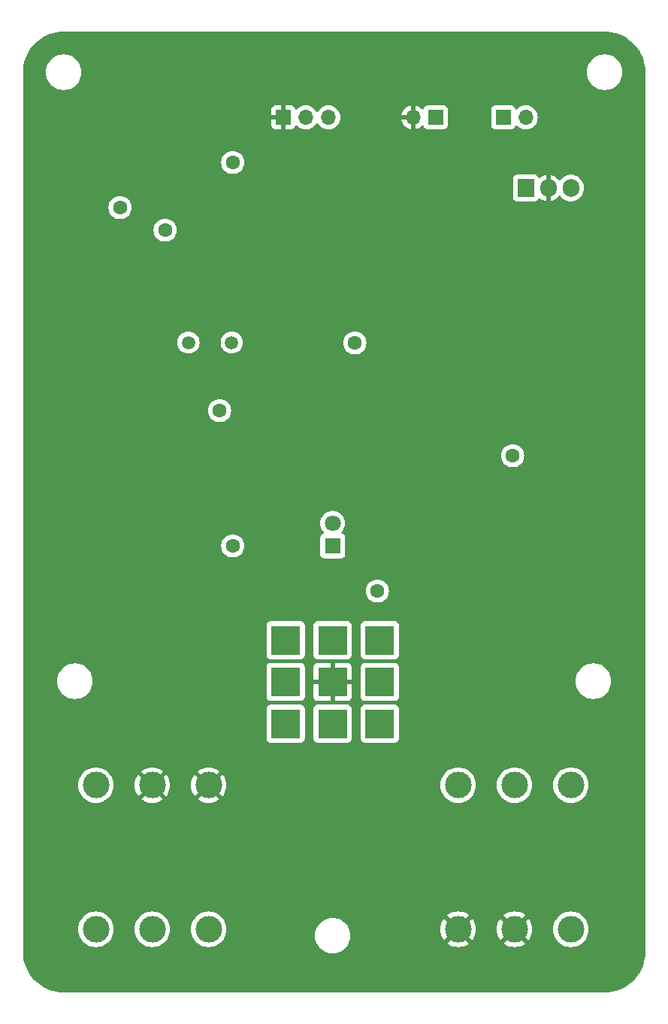
<source format=gbr>
%TF.GenerationSoftware,KiCad,Pcbnew,7.0.8*%
%TF.CreationDate,2023-11-14T18:00:56-08:00*%
%TF.ProjectId,guitar_pedal_4layer,67756974-6172-45f7-9065-64616c5f346c,rev?*%
%TF.SameCoordinates,Original*%
%TF.FileFunction,Copper,L2,Inr*%
%TF.FilePolarity,Positive*%
%FSLAX46Y46*%
G04 Gerber Fmt 4.6, Leading zero omitted, Abs format (unit mm)*
G04 Created by KiCad (PCBNEW 7.0.8) date 2023-11-14 18:00:56*
%MOMM*%
%LPD*%
G01*
G04 APERTURE LIST*
%TA.AperFunction,ComponentPad*%
%ADD10R,1.905000X2.000000*%
%TD*%
%TA.AperFunction,ComponentPad*%
%ADD11O,1.905000X2.000000*%
%TD*%
%TA.AperFunction,ComponentPad*%
%ADD12R,1.800000X1.800000*%
%TD*%
%TA.AperFunction,ComponentPad*%
%ADD13C,1.800000*%
%TD*%
%TA.AperFunction,ComponentPad*%
%ADD14C,3.000000*%
%TD*%
%TA.AperFunction,ComponentPad*%
%ADD15C,1.500000*%
%TD*%
%TA.AperFunction,ComponentPad*%
%ADD16R,1.700000X1.700000*%
%TD*%
%TA.AperFunction,ComponentPad*%
%ADD17O,1.700000X1.700000*%
%TD*%
%TA.AperFunction,ComponentPad*%
%ADD18R,3.302000X3.302000*%
%TD*%
%TA.AperFunction,ViaPad*%
%ADD19C,1.600000*%
%TD*%
G04 APERTURE END LIST*
D10*
%TO.N,Net-(SW1-B)*%
%TO.C,U2*%
X173990000Y-61285000D03*
D11*
%TO.N,GND*%
X176530000Y-61285000D03*
%TO.N,+5V*%
X179070000Y-61285000D03*
%TD*%
D12*
%TO.N,Net-(D2-K)*%
%TO.C,D2*%
X152230000Y-101600000D03*
D13*
%TO.N,Net-(D2-A)*%
X152230000Y-99060000D03*
%TD*%
D14*
%TO.N,GND*%
%TO.C,J2*%
X172720000Y-144780000D03*
%TO.N,unconnected-(J2-PadRN)*%
X172720000Y-128550000D03*
%TO.N,GND*%
X166370000Y-144780000D03*
%TO.N,unconnected-(J2-PadSN)*%
X166370000Y-128550000D03*
%TO.N,Net-(SW2-C2)*%
X179070000Y-144780000D03*
%TO.N,unconnected-(J2-PadTN)*%
X179070000Y-128550000D03*
%TD*%
D15*
%TO.N,Net-(U1-XTAL2)*%
%TO.C,Y1*%
X135980000Y-78700000D03*
%TO.N,Net-(U1-XTAL1)*%
X140860000Y-78700000D03*
%TD*%
D16*
%TO.N,GND*%
%TO.C,RV1*%
X146670000Y-53340000D03*
D17*
%TO.N,PA1*%
X149210000Y-53340000D03*
%TO.N,+5V*%
X151750000Y-53340000D03*
%TD*%
D16*
%TO.N,+9V*%
%TO.C,BT1*%
X163830000Y-53340000D03*
D17*
%TO.N,GND*%
X161290000Y-53340000D03*
%TD*%
D18*
%TO.N,FX In*%
%TO.C,SW2*%
X146930000Y-112225000D03*
%TO.N,Net-(D2-K)*%
X152230000Y-112225000D03*
%TO.N,FX Out*%
X157530000Y-112225000D03*
%TO.N,Net-(SW2-A2)*%
X146930000Y-116925000D03*
%TO.N,GND*%
X152230000Y-116925000D03*
%TO.N,Net-(SW2-C2)*%
X157530000Y-116925000D03*
%TO.N,Net-(SW2-A3)*%
X146930000Y-121625000D03*
%TO.N,unconnected-(SW2-B3-Pad8)*%
X152230000Y-121625000D03*
%TO.N,Net-(SW2-A3)*%
X157530000Y-121625000D03*
%TD*%
D16*
%TO.N,+9V*%
%TO.C,SW1*%
X171450000Y-53340000D03*
D17*
%TO.N,Net-(SW1-B)*%
X173990000Y-53340000D03*
%TD*%
D14*
%TO.N,GND*%
%TO.C,J1*%
X131900000Y-128550000D03*
%TO.N,unconnected-(J1-PadRN)*%
X131900000Y-144780000D03*
%TO.N,GND*%
X138250000Y-128550000D03*
%TO.N,unconnected-(J1-PadSN)*%
X138250000Y-144780000D03*
%TO.N,Net-(SW2-A2)*%
X125550000Y-128550000D03*
%TO.N,unconnected-(J1-PadTN)*%
X125550000Y-144780000D03*
%TD*%
D19*
%TO.N,GND*%
X154735000Y-128550000D03*
X167435000Y-60960000D03*
X149860000Y-83820000D03*
X138430000Y-66040000D03*
X177595000Y-99060000D03*
X138430000Y-101600000D03*
X127000000Y-73660000D03*
X168910000Y-91440000D03*
%TO.N,+5V*%
X172515000Y-91440000D03*
X139495000Y-86360000D03*
X157275000Y-106680000D03*
X154735000Y-78740000D03*
%TO.N,Net-(J3-SCK)*%
X128270000Y-63500000D03*
X133350000Y-66040000D03*
%TO.N,PA0*%
X140970000Y-101600000D03*
X140970000Y-58420000D03*
%TD*%
%TA.AperFunction,Conductor*%
%TO.N,GND*%
G36*
X182897532Y-43681265D02*
G01*
X183276447Y-43697808D01*
X183281799Y-43698277D01*
X183672543Y-43749720D01*
X183677859Y-43750658D01*
X184062619Y-43835957D01*
X184067830Y-43837352D01*
X184443704Y-43955865D01*
X184448761Y-43957705D01*
X184812889Y-44108531D01*
X184817767Y-44110805D01*
X185167350Y-44292787D01*
X185172028Y-44295489D01*
X185504412Y-44507240D01*
X185508845Y-44510344D01*
X185821500Y-44750252D01*
X185825645Y-44753731D01*
X186116199Y-45019974D01*
X186120025Y-45023800D01*
X186386268Y-45314354D01*
X186389747Y-45318499D01*
X186629655Y-45631154D01*
X186632759Y-45635587D01*
X186844510Y-45967971D01*
X186847216Y-45972657D01*
X187004504Y-46274804D01*
X187029185Y-46322214D01*
X187031472Y-46327119D01*
X187182289Y-46691225D01*
X187184135Y-46696299D01*
X187302642Y-47072153D01*
X187304042Y-47077380D01*
X187389341Y-47462140D01*
X187390281Y-47467469D01*
X187441720Y-47858182D01*
X187442192Y-47863573D01*
X187459500Y-48260000D01*
X187459500Y-147320000D01*
X187442192Y-147716426D01*
X187441720Y-147721817D01*
X187390281Y-148112530D01*
X187389341Y-148117859D01*
X187304042Y-148502619D01*
X187302642Y-148507846D01*
X187184135Y-148883700D01*
X187182285Y-148888785D01*
X187031472Y-149252880D01*
X187029185Y-149257785D01*
X186847216Y-149607342D01*
X186844510Y-149612028D01*
X186632759Y-149944412D01*
X186629655Y-149948845D01*
X186389747Y-150261500D01*
X186386268Y-150265645D01*
X186120025Y-150556199D01*
X186116199Y-150560025D01*
X185825645Y-150826268D01*
X185821500Y-150829747D01*
X185508845Y-151069655D01*
X185504412Y-151072759D01*
X185172028Y-151284510D01*
X185167342Y-151287216D01*
X184817785Y-151469185D01*
X184812880Y-151471472D01*
X184448785Y-151622285D01*
X184443700Y-151624135D01*
X184067846Y-151742642D01*
X184062619Y-151744042D01*
X183677859Y-151829341D01*
X183672530Y-151830281D01*
X183281817Y-151881720D01*
X183276426Y-151882192D01*
X182880000Y-151899500D01*
X121920000Y-151899500D01*
X121523573Y-151882192D01*
X121518182Y-151881720D01*
X121127469Y-151830281D01*
X121122140Y-151829341D01*
X120737380Y-151744042D01*
X120732153Y-151742642D01*
X120356299Y-151624135D01*
X120351225Y-151622289D01*
X119987119Y-151471472D01*
X119982222Y-151469189D01*
X119632657Y-151287216D01*
X119627971Y-151284510D01*
X119295587Y-151072759D01*
X119291154Y-151069655D01*
X118978499Y-150829747D01*
X118974354Y-150826268D01*
X118683800Y-150560025D01*
X118679974Y-150556199D01*
X118413731Y-150265645D01*
X118410252Y-150261500D01*
X118170344Y-149948845D01*
X118167240Y-149944412D01*
X117955489Y-149612028D01*
X117952783Y-149607342D01*
X117770805Y-149257767D01*
X117768527Y-149252880D01*
X117617705Y-148888761D01*
X117615864Y-148883700D01*
X117600806Y-148835942D01*
X117497352Y-148507830D01*
X117495957Y-148502619D01*
X117410658Y-148117859D01*
X117409720Y-148112543D01*
X117358277Y-147721799D01*
X117357808Y-147716447D01*
X117340500Y-147320000D01*
X117340500Y-147254108D01*
X117340500Y-144780001D01*
X123544390Y-144780001D01*
X123564804Y-145065433D01*
X123625628Y-145345037D01*
X123625630Y-145345043D01*
X123625631Y-145345046D01*
X123681593Y-145495085D01*
X123725635Y-145613166D01*
X123862770Y-145864309D01*
X123862775Y-145864317D01*
X124034254Y-146093387D01*
X124034270Y-146093405D01*
X124236594Y-146295729D01*
X124236612Y-146295745D01*
X124465682Y-146467224D01*
X124465690Y-146467229D01*
X124716833Y-146604364D01*
X124716832Y-146604364D01*
X124716836Y-146604365D01*
X124716839Y-146604367D01*
X124984954Y-146704369D01*
X124984960Y-146704370D01*
X124984962Y-146704371D01*
X125264566Y-146765195D01*
X125264568Y-146765195D01*
X125264572Y-146765196D01*
X125518220Y-146783337D01*
X125549999Y-146785610D01*
X125550000Y-146785610D01*
X125550001Y-146785610D01*
X125578595Y-146783564D01*
X125835428Y-146765196D01*
X126115046Y-146704369D01*
X126383161Y-146604367D01*
X126634315Y-146467226D01*
X126863395Y-146295739D01*
X127065739Y-146093395D01*
X127237226Y-145864315D01*
X127374367Y-145613161D01*
X127474369Y-145345046D01*
X127535196Y-145065428D01*
X127555610Y-144780001D01*
X129894390Y-144780001D01*
X129914804Y-145065433D01*
X129975628Y-145345037D01*
X129975630Y-145345043D01*
X129975631Y-145345046D01*
X130031593Y-145495085D01*
X130075635Y-145613166D01*
X130212770Y-145864309D01*
X130212775Y-145864317D01*
X130384254Y-146093387D01*
X130384270Y-146093405D01*
X130586594Y-146295729D01*
X130586612Y-146295745D01*
X130815682Y-146467224D01*
X130815690Y-146467229D01*
X131066833Y-146604364D01*
X131066832Y-146604364D01*
X131066836Y-146604365D01*
X131066839Y-146604367D01*
X131334954Y-146704369D01*
X131334960Y-146704370D01*
X131334962Y-146704371D01*
X131614566Y-146765195D01*
X131614568Y-146765195D01*
X131614572Y-146765196D01*
X131868220Y-146783337D01*
X131899999Y-146785610D01*
X131900000Y-146785610D01*
X131900001Y-146785610D01*
X131928595Y-146783564D01*
X132185428Y-146765196D01*
X132465046Y-146704369D01*
X132733161Y-146604367D01*
X132984315Y-146467226D01*
X133213395Y-146295739D01*
X133415739Y-146093395D01*
X133587226Y-145864315D01*
X133724367Y-145613161D01*
X133824369Y-145345046D01*
X133885196Y-145065428D01*
X133905610Y-144780001D01*
X136244390Y-144780001D01*
X136264804Y-145065433D01*
X136325628Y-145345037D01*
X136325630Y-145345043D01*
X136325631Y-145345046D01*
X136381593Y-145495085D01*
X136425635Y-145613166D01*
X136562770Y-145864309D01*
X136562775Y-145864317D01*
X136734254Y-146093387D01*
X136734270Y-146093405D01*
X136936594Y-146295729D01*
X136936612Y-146295745D01*
X137165682Y-146467224D01*
X137165690Y-146467229D01*
X137416833Y-146604364D01*
X137416832Y-146604364D01*
X137416836Y-146604365D01*
X137416839Y-146604367D01*
X137684954Y-146704369D01*
X137684960Y-146704370D01*
X137684962Y-146704371D01*
X137964566Y-146765195D01*
X137964568Y-146765195D01*
X137964572Y-146765196D01*
X138218220Y-146783337D01*
X138249999Y-146785610D01*
X138250000Y-146785610D01*
X138250001Y-146785610D01*
X138278595Y-146783564D01*
X138535428Y-146765196D01*
X138815046Y-146704369D01*
X139083161Y-146604367D01*
X139334315Y-146467226D01*
X139563395Y-146295739D01*
X139765739Y-146093395D01*
X139937226Y-145864315D01*
X140074367Y-145613161D01*
X140118406Y-145495088D01*
X150224390Y-145495088D01*
X150244804Y-145780520D01*
X150305628Y-146060124D01*
X150405635Y-146328253D01*
X150542770Y-146579396D01*
X150542775Y-146579404D01*
X150714254Y-146808474D01*
X150714270Y-146808492D01*
X150916594Y-147010816D01*
X150916612Y-147010832D01*
X151145682Y-147182311D01*
X151145690Y-147182316D01*
X151396833Y-147319451D01*
X151396832Y-147319451D01*
X151396836Y-147319452D01*
X151396839Y-147319454D01*
X151664954Y-147419456D01*
X151664960Y-147419457D01*
X151664962Y-147419458D01*
X151944566Y-147480282D01*
X151944568Y-147480282D01*
X151944572Y-147480283D01*
X152158552Y-147495587D01*
X152301448Y-147495587D01*
X152515428Y-147480283D01*
X152795046Y-147419456D01*
X153063161Y-147319454D01*
X153314315Y-147182313D01*
X153543395Y-147010826D01*
X153745739Y-146808482D01*
X153917226Y-146579402D01*
X154054367Y-146328248D01*
X154154369Y-146060133D01*
X154196966Y-145864317D01*
X154215195Y-145780520D01*
X154215195Y-145780519D01*
X154215196Y-145780515D01*
X154235610Y-145495087D01*
X154215196Y-145209659D01*
X154208867Y-145180566D01*
X154154371Y-144930049D01*
X154154370Y-144930047D01*
X154154369Y-144930041D01*
X154098407Y-144780001D01*
X164364891Y-144780001D01*
X164385300Y-145065362D01*
X164446109Y-145344895D01*
X164546091Y-145612958D01*
X164683191Y-145864038D01*
X164683196Y-145864046D01*
X164789882Y-146006561D01*
X164789883Y-146006562D01*
X165729859Y-145066586D01*
X165789680Y-145180566D01*
X165902405Y-145307806D01*
X166042305Y-145404371D01*
X166083542Y-145420010D01*
X165143436Y-146360115D01*
X165285960Y-146466807D01*
X165285961Y-146466808D01*
X165537042Y-146603908D01*
X165537041Y-146603908D01*
X165805104Y-146703890D01*
X166084637Y-146764699D01*
X166369999Y-146785109D01*
X166370001Y-146785109D01*
X166655362Y-146764699D01*
X166934895Y-146703890D01*
X167202958Y-146603908D01*
X167454047Y-146466803D01*
X167596561Y-146360116D01*
X167596562Y-146360115D01*
X166656458Y-145420010D01*
X166697695Y-145404371D01*
X166837595Y-145307806D01*
X166950320Y-145180566D01*
X167010140Y-145066587D01*
X167950115Y-146006562D01*
X167950116Y-146006561D01*
X168056803Y-145864047D01*
X168193908Y-145612958D01*
X168293890Y-145344895D01*
X168354699Y-145065362D01*
X168375109Y-144780001D01*
X170714891Y-144780001D01*
X170735300Y-145065362D01*
X170796109Y-145344895D01*
X170896091Y-145612958D01*
X171033191Y-145864038D01*
X171033196Y-145864046D01*
X171139882Y-146006561D01*
X171139883Y-146006562D01*
X172079859Y-145066586D01*
X172139680Y-145180566D01*
X172252405Y-145307806D01*
X172392305Y-145404371D01*
X172433542Y-145420010D01*
X171493436Y-146360115D01*
X171635960Y-146466807D01*
X171635961Y-146466808D01*
X171887042Y-146603908D01*
X171887041Y-146603908D01*
X172155104Y-146703890D01*
X172434637Y-146764699D01*
X172719999Y-146785109D01*
X172720001Y-146785109D01*
X173005362Y-146764699D01*
X173284895Y-146703890D01*
X173552958Y-146603908D01*
X173804047Y-146466803D01*
X173946561Y-146360116D01*
X173946562Y-146360115D01*
X173006458Y-145420010D01*
X173047695Y-145404371D01*
X173187595Y-145307806D01*
X173300320Y-145180566D01*
X173360140Y-145066587D01*
X174300115Y-146006562D01*
X174300116Y-146006561D01*
X174406803Y-145864047D01*
X174543908Y-145612958D01*
X174643890Y-145344895D01*
X174704699Y-145065362D01*
X174725109Y-144780001D01*
X177064390Y-144780001D01*
X177084804Y-145065433D01*
X177145628Y-145345037D01*
X177145630Y-145345043D01*
X177145631Y-145345046D01*
X177201593Y-145495085D01*
X177245635Y-145613166D01*
X177382770Y-145864309D01*
X177382775Y-145864317D01*
X177554254Y-146093387D01*
X177554270Y-146093405D01*
X177756594Y-146295729D01*
X177756612Y-146295745D01*
X177985682Y-146467224D01*
X177985690Y-146467229D01*
X178236833Y-146604364D01*
X178236832Y-146604364D01*
X178236836Y-146604365D01*
X178236839Y-146604367D01*
X178504954Y-146704369D01*
X178504960Y-146704370D01*
X178504962Y-146704371D01*
X178784566Y-146765195D01*
X178784568Y-146765195D01*
X178784572Y-146765196D01*
X179038220Y-146783337D01*
X179069999Y-146785610D01*
X179070000Y-146785610D01*
X179070001Y-146785610D01*
X179098595Y-146783564D01*
X179355428Y-146765196D01*
X179635046Y-146704369D01*
X179903161Y-146604367D01*
X180154315Y-146467226D01*
X180383395Y-146295739D01*
X180585739Y-146093395D01*
X180757226Y-145864315D01*
X180894367Y-145613161D01*
X180994369Y-145345046D01*
X181055196Y-145065428D01*
X181075610Y-144780000D01*
X181055196Y-144494572D01*
X181036966Y-144410772D01*
X180994371Y-144214962D01*
X180994370Y-144214960D01*
X180994369Y-144214954D01*
X180894367Y-143946839D01*
X180757372Y-143695953D01*
X180757229Y-143695690D01*
X180757224Y-143695682D01*
X180585745Y-143466612D01*
X180585729Y-143466594D01*
X180383405Y-143264270D01*
X180383387Y-143264254D01*
X180154317Y-143092775D01*
X180154309Y-143092770D01*
X179903166Y-142955635D01*
X179903167Y-142955635D01*
X179795915Y-142915632D01*
X179635046Y-142855631D01*
X179635043Y-142855630D01*
X179635037Y-142855628D01*
X179355433Y-142794804D01*
X179070001Y-142774390D01*
X179069999Y-142774390D01*
X178784566Y-142794804D01*
X178504962Y-142855628D01*
X178236833Y-142955635D01*
X177985690Y-143092770D01*
X177985682Y-143092775D01*
X177756612Y-143264254D01*
X177756594Y-143264270D01*
X177554270Y-143466594D01*
X177554254Y-143466612D01*
X177382775Y-143695682D01*
X177382770Y-143695690D01*
X177245635Y-143946833D01*
X177145628Y-144214962D01*
X177084804Y-144494566D01*
X177064390Y-144779998D01*
X177064390Y-144780001D01*
X174725109Y-144780001D01*
X174725109Y-144779998D01*
X174704699Y-144494637D01*
X174643890Y-144215104D01*
X174543908Y-143947041D01*
X174406808Y-143695961D01*
X174406807Y-143695960D01*
X174300115Y-143553436D01*
X173360139Y-144493412D01*
X173300320Y-144379434D01*
X173187595Y-144252194D01*
X173047695Y-144155629D01*
X173006457Y-144139989D01*
X173946562Y-143199883D01*
X173946561Y-143199882D01*
X173804046Y-143093196D01*
X173804038Y-143093191D01*
X173552957Y-142956091D01*
X173552958Y-142956091D01*
X173284895Y-142856109D01*
X173005362Y-142795300D01*
X172720001Y-142774891D01*
X172719999Y-142774891D01*
X172434637Y-142795300D01*
X172155104Y-142856109D01*
X171887041Y-142956091D01*
X171635961Y-143093191D01*
X171635953Y-143093196D01*
X171493437Y-143199882D01*
X171493436Y-143199883D01*
X172433543Y-144139989D01*
X172392305Y-144155629D01*
X172252405Y-144252194D01*
X172139680Y-144379434D01*
X172079859Y-144493412D01*
X171139883Y-143553436D01*
X171139882Y-143553437D01*
X171033196Y-143695953D01*
X171033191Y-143695961D01*
X170896091Y-143947041D01*
X170796109Y-144215104D01*
X170735300Y-144494637D01*
X170714891Y-144779998D01*
X170714891Y-144780001D01*
X168375109Y-144780001D01*
X168375109Y-144779998D01*
X168354699Y-144494637D01*
X168293890Y-144215104D01*
X168193908Y-143947041D01*
X168056808Y-143695961D01*
X168056807Y-143695960D01*
X167950115Y-143553436D01*
X167010139Y-144493412D01*
X166950320Y-144379434D01*
X166837595Y-144252194D01*
X166697695Y-144155629D01*
X166656457Y-144139989D01*
X167596562Y-143199883D01*
X167596561Y-143199882D01*
X167454046Y-143093196D01*
X167454038Y-143093191D01*
X167202957Y-142956091D01*
X167202958Y-142956091D01*
X166934895Y-142856109D01*
X166655362Y-142795300D01*
X166370001Y-142774891D01*
X166369999Y-142774891D01*
X166084637Y-142795300D01*
X165805104Y-142856109D01*
X165537041Y-142956091D01*
X165285961Y-143093191D01*
X165285953Y-143093196D01*
X165143437Y-143199882D01*
X165143436Y-143199883D01*
X166083543Y-144139989D01*
X166042305Y-144155629D01*
X165902405Y-144252194D01*
X165789680Y-144379434D01*
X165729859Y-144493412D01*
X164789883Y-143553436D01*
X164789882Y-143553437D01*
X164683196Y-143695953D01*
X164683191Y-143695961D01*
X164546091Y-143947041D01*
X164446109Y-144215104D01*
X164385300Y-144494637D01*
X164364891Y-144779998D01*
X164364891Y-144780001D01*
X154098407Y-144780001D01*
X154054367Y-144661926D01*
X153962984Y-144494572D01*
X153917229Y-144410777D01*
X153917224Y-144410769D01*
X153745745Y-144181699D01*
X153745729Y-144181681D01*
X153543405Y-143979357D01*
X153543387Y-143979341D01*
X153314317Y-143807862D01*
X153314309Y-143807857D01*
X153063166Y-143670722D01*
X153063167Y-143670722D01*
X152955915Y-143630719D01*
X152795046Y-143570718D01*
X152795043Y-143570717D01*
X152795037Y-143570715D01*
X152515433Y-143509891D01*
X152301448Y-143494587D01*
X152158552Y-143494587D01*
X151944566Y-143509891D01*
X151664962Y-143570715D01*
X151396833Y-143670722D01*
X151145690Y-143807857D01*
X151145682Y-143807862D01*
X150916612Y-143979341D01*
X150916594Y-143979357D01*
X150714270Y-144181681D01*
X150714254Y-144181699D01*
X150542775Y-144410769D01*
X150542770Y-144410777D01*
X150405635Y-144661920D01*
X150305628Y-144930049D01*
X150244804Y-145209653D01*
X150224390Y-145495085D01*
X150224390Y-145495088D01*
X140118406Y-145495088D01*
X140174369Y-145345046D01*
X140235196Y-145065428D01*
X140255610Y-144780000D01*
X140235196Y-144494572D01*
X140216966Y-144410772D01*
X140174371Y-144214962D01*
X140174370Y-144214960D01*
X140174369Y-144214954D01*
X140074367Y-143946839D01*
X139937372Y-143695953D01*
X139937229Y-143695690D01*
X139937224Y-143695682D01*
X139765745Y-143466612D01*
X139765729Y-143466594D01*
X139563405Y-143264270D01*
X139563387Y-143264254D01*
X139334317Y-143092775D01*
X139334309Y-143092770D01*
X139083166Y-142955635D01*
X139083167Y-142955635D01*
X138975915Y-142915632D01*
X138815046Y-142855631D01*
X138815043Y-142855630D01*
X138815037Y-142855628D01*
X138535433Y-142794804D01*
X138250001Y-142774390D01*
X138249999Y-142774390D01*
X137964566Y-142794804D01*
X137684962Y-142855628D01*
X137416833Y-142955635D01*
X137165690Y-143092770D01*
X137165682Y-143092775D01*
X136936612Y-143264254D01*
X136936594Y-143264270D01*
X136734270Y-143466594D01*
X136734254Y-143466612D01*
X136562775Y-143695682D01*
X136562770Y-143695690D01*
X136425635Y-143946833D01*
X136325628Y-144214962D01*
X136264804Y-144494566D01*
X136244390Y-144779998D01*
X136244390Y-144780001D01*
X133905610Y-144780001D01*
X133905610Y-144780000D01*
X133885196Y-144494572D01*
X133866966Y-144410772D01*
X133824371Y-144214962D01*
X133824370Y-144214960D01*
X133824369Y-144214954D01*
X133724367Y-143946839D01*
X133587372Y-143695953D01*
X133587229Y-143695690D01*
X133587224Y-143695682D01*
X133415745Y-143466612D01*
X133415729Y-143466594D01*
X133213405Y-143264270D01*
X133213387Y-143264254D01*
X132984317Y-143092775D01*
X132984309Y-143092770D01*
X132733166Y-142955635D01*
X132733167Y-142955635D01*
X132625915Y-142915632D01*
X132465046Y-142855631D01*
X132465043Y-142855630D01*
X132465037Y-142855628D01*
X132185433Y-142794804D01*
X131900001Y-142774390D01*
X131899999Y-142774390D01*
X131614566Y-142794804D01*
X131334962Y-142855628D01*
X131066833Y-142955635D01*
X130815690Y-143092770D01*
X130815682Y-143092775D01*
X130586612Y-143264254D01*
X130586594Y-143264270D01*
X130384270Y-143466594D01*
X130384254Y-143466612D01*
X130212775Y-143695682D01*
X130212770Y-143695690D01*
X130075635Y-143946833D01*
X129975628Y-144214962D01*
X129914804Y-144494566D01*
X129894390Y-144779998D01*
X129894390Y-144780001D01*
X127555610Y-144780001D01*
X127555610Y-144780000D01*
X127535196Y-144494572D01*
X127516966Y-144410772D01*
X127474371Y-144214962D01*
X127474370Y-144214960D01*
X127474369Y-144214954D01*
X127374367Y-143946839D01*
X127237372Y-143695953D01*
X127237229Y-143695690D01*
X127237224Y-143695682D01*
X127065745Y-143466612D01*
X127065729Y-143466594D01*
X126863405Y-143264270D01*
X126863387Y-143264254D01*
X126634317Y-143092775D01*
X126634309Y-143092770D01*
X126383166Y-142955635D01*
X126383167Y-142955635D01*
X126275915Y-142915632D01*
X126115046Y-142855631D01*
X126115043Y-142855630D01*
X126115037Y-142855628D01*
X125835433Y-142794804D01*
X125550001Y-142774390D01*
X125549999Y-142774390D01*
X125264566Y-142794804D01*
X124984962Y-142855628D01*
X124716833Y-142955635D01*
X124465690Y-143092770D01*
X124465682Y-143092775D01*
X124236612Y-143264254D01*
X124236594Y-143264270D01*
X124034270Y-143466594D01*
X124034254Y-143466612D01*
X123862775Y-143695682D01*
X123862770Y-143695690D01*
X123725635Y-143946833D01*
X123625628Y-144214962D01*
X123564804Y-144494566D01*
X123544390Y-144779998D01*
X123544390Y-144780001D01*
X117340500Y-144780001D01*
X117340500Y-128550001D01*
X123544390Y-128550001D01*
X123564804Y-128835433D01*
X123625628Y-129115037D01*
X123625630Y-129115043D01*
X123625631Y-129115046D01*
X123725557Y-129382958D01*
X123725635Y-129383166D01*
X123862770Y-129634309D01*
X123862775Y-129634317D01*
X124034254Y-129863387D01*
X124034270Y-129863405D01*
X124236594Y-130065729D01*
X124236612Y-130065745D01*
X124465682Y-130237224D01*
X124465690Y-130237229D01*
X124716833Y-130374364D01*
X124716832Y-130374364D01*
X124716836Y-130374365D01*
X124716839Y-130374367D01*
X124984954Y-130474369D01*
X124984960Y-130474370D01*
X124984962Y-130474371D01*
X125264566Y-130535195D01*
X125264568Y-130535195D01*
X125264572Y-130535196D01*
X125518220Y-130553337D01*
X125549999Y-130555610D01*
X125550000Y-130555610D01*
X125550001Y-130555610D01*
X125578595Y-130553564D01*
X125835428Y-130535196D01*
X126115046Y-130474369D01*
X126383161Y-130374367D01*
X126634315Y-130237226D01*
X126863395Y-130065739D01*
X127065739Y-129863395D01*
X127237226Y-129634315D01*
X127374367Y-129383161D01*
X127474369Y-129115046D01*
X127535196Y-128835428D01*
X127555610Y-128550001D01*
X129894891Y-128550001D01*
X129915300Y-128835362D01*
X129976109Y-129114895D01*
X130076091Y-129382958D01*
X130213191Y-129634038D01*
X130213196Y-129634046D01*
X130319882Y-129776561D01*
X130319883Y-129776562D01*
X131259859Y-128836586D01*
X131319680Y-128950566D01*
X131432405Y-129077806D01*
X131572305Y-129174371D01*
X131613542Y-129190010D01*
X130673436Y-130130115D01*
X130815960Y-130236807D01*
X130815961Y-130236808D01*
X131067042Y-130373908D01*
X131067041Y-130373908D01*
X131335104Y-130473890D01*
X131614637Y-130534699D01*
X131899999Y-130555109D01*
X131900001Y-130555109D01*
X132185362Y-130534699D01*
X132464895Y-130473890D01*
X132732958Y-130373908D01*
X132984047Y-130236803D01*
X133126561Y-130130116D01*
X133126562Y-130130115D01*
X132186458Y-129190010D01*
X132227695Y-129174371D01*
X132367595Y-129077806D01*
X132480320Y-128950566D01*
X132540140Y-128836587D01*
X133480115Y-129776562D01*
X133480116Y-129776561D01*
X133586803Y-129634047D01*
X133723908Y-129382958D01*
X133823890Y-129114895D01*
X133884699Y-128835362D01*
X133905109Y-128550001D01*
X136244891Y-128550001D01*
X136265300Y-128835362D01*
X136326109Y-129114895D01*
X136426091Y-129382958D01*
X136563191Y-129634038D01*
X136563196Y-129634046D01*
X136669882Y-129776561D01*
X136669883Y-129776562D01*
X137609859Y-128836586D01*
X137669680Y-128950566D01*
X137782405Y-129077806D01*
X137922305Y-129174371D01*
X137963542Y-129190010D01*
X137023436Y-130130115D01*
X137165960Y-130236807D01*
X137165961Y-130236808D01*
X137417042Y-130373908D01*
X137417041Y-130373908D01*
X137685104Y-130473890D01*
X137964637Y-130534699D01*
X138249999Y-130555109D01*
X138250001Y-130555109D01*
X138535362Y-130534699D01*
X138814895Y-130473890D01*
X139082958Y-130373908D01*
X139334047Y-130236803D01*
X139476561Y-130130116D01*
X139476562Y-130130115D01*
X138536458Y-129190010D01*
X138577695Y-129174371D01*
X138717595Y-129077806D01*
X138830320Y-128950566D01*
X138890140Y-128836587D01*
X139830115Y-129776562D01*
X139830116Y-129776561D01*
X139936803Y-129634047D01*
X140073908Y-129382958D01*
X140173890Y-129114895D01*
X140234699Y-128835362D01*
X140255109Y-128550001D01*
X164364390Y-128550001D01*
X164384804Y-128835433D01*
X164445628Y-129115037D01*
X164445630Y-129115043D01*
X164445631Y-129115046D01*
X164545557Y-129382958D01*
X164545635Y-129383166D01*
X164682770Y-129634309D01*
X164682775Y-129634317D01*
X164854254Y-129863387D01*
X164854270Y-129863405D01*
X165056594Y-130065729D01*
X165056612Y-130065745D01*
X165285682Y-130237224D01*
X165285690Y-130237229D01*
X165536833Y-130374364D01*
X165536832Y-130374364D01*
X165536836Y-130374365D01*
X165536839Y-130374367D01*
X165804954Y-130474369D01*
X165804960Y-130474370D01*
X165804962Y-130474371D01*
X166084566Y-130535195D01*
X166084568Y-130535195D01*
X166084572Y-130535196D01*
X166338220Y-130553337D01*
X166369999Y-130555610D01*
X166370000Y-130555610D01*
X166370001Y-130555610D01*
X166398595Y-130553564D01*
X166655428Y-130535196D01*
X166935046Y-130474369D01*
X167203161Y-130374367D01*
X167454315Y-130237226D01*
X167683395Y-130065739D01*
X167885739Y-129863395D01*
X168057226Y-129634315D01*
X168194367Y-129383161D01*
X168294369Y-129115046D01*
X168355196Y-128835428D01*
X168375610Y-128550001D01*
X170714390Y-128550001D01*
X170734804Y-128835433D01*
X170795628Y-129115037D01*
X170795630Y-129115043D01*
X170795631Y-129115046D01*
X170895557Y-129382958D01*
X170895635Y-129383166D01*
X171032770Y-129634309D01*
X171032775Y-129634317D01*
X171204254Y-129863387D01*
X171204270Y-129863405D01*
X171406594Y-130065729D01*
X171406612Y-130065745D01*
X171635682Y-130237224D01*
X171635690Y-130237229D01*
X171886833Y-130374364D01*
X171886832Y-130374364D01*
X171886836Y-130374365D01*
X171886839Y-130374367D01*
X172154954Y-130474369D01*
X172154960Y-130474370D01*
X172154962Y-130474371D01*
X172434566Y-130535195D01*
X172434568Y-130535195D01*
X172434572Y-130535196D01*
X172688220Y-130553337D01*
X172719999Y-130555610D01*
X172720000Y-130555610D01*
X172720001Y-130555610D01*
X172748595Y-130553564D01*
X173005428Y-130535196D01*
X173285046Y-130474369D01*
X173553161Y-130374367D01*
X173804315Y-130237226D01*
X174033395Y-130065739D01*
X174235739Y-129863395D01*
X174407226Y-129634315D01*
X174544367Y-129383161D01*
X174644369Y-129115046D01*
X174705196Y-128835428D01*
X174725610Y-128550001D01*
X177064390Y-128550001D01*
X177084804Y-128835433D01*
X177145628Y-129115037D01*
X177145630Y-129115043D01*
X177145631Y-129115046D01*
X177245557Y-129382958D01*
X177245635Y-129383166D01*
X177382770Y-129634309D01*
X177382775Y-129634317D01*
X177554254Y-129863387D01*
X177554270Y-129863405D01*
X177756594Y-130065729D01*
X177756612Y-130065745D01*
X177985682Y-130237224D01*
X177985690Y-130237229D01*
X178236833Y-130374364D01*
X178236832Y-130374364D01*
X178236836Y-130374365D01*
X178236839Y-130374367D01*
X178504954Y-130474369D01*
X178504960Y-130474370D01*
X178504962Y-130474371D01*
X178784566Y-130535195D01*
X178784568Y-130535195D01*
X178784572Y-130535196D01*
X179038220Y-130553337D01*
X179069999Y-130555610D01*
X179070000Y-130555610D01*
X179070001Y-130555610D01*
X179098595Y-130553564D01*
X179355428Y-130535196D01*
X179635046Y-130474369D01*
X179903161Y-130374367D01*
X180154315Y-130237226D01*
X180383395Y-130065739D01*
X180585739Y-129863395D01*
X180757226Y-129634315D01*
X180894367Y-129383161D01*
X180994369Y-129115046D01*
X181055196Y-128835428D01*
X181075610Y-128550000D01*
X181055196Y-128264572D01*
X181030149Y-128149434D01*
X180994371Y-127984962D01*
X180994370Y-127984960D01*
X180994369Y-127984954D01*
X180894367Y-127716839D01*
X180757372Y-127465953D01*
X180757229Y-127465690D01*
X180757224Y-127465682D01*
X180585745Y-127236612D01*
X180585729Y-127236594D01*
X180383405Y-127034270D01*
X180383387Y-127034254D01*
X180154317Y-126862775D01*
X180154309Y-126862770D01*
X179903166Y-126725635D01*
X179903167Y-126725635D01*
X179795915Y-126685632D01*
X179635046Y-126625631D01*
X179635043Y-126625630D01*
X179635037Y-126625628D01*
X179355433Y-126564804D01*
X179070001Y-126544390D01*
X179069999Y-126544390D01*
X178784566Y-126564804D01*
X178504962Y-126625628D01*
X178236833Y-126725635D01*
X177985690Y-126862770D01*
X177985682Y-126862775D01*
X177756612Y-127034254D01*
X177756594Y-127034270D01*
X177554270Y-127236594D01*
X177554254Y-127236612D01*
X177382775Y-127465682D01*
X177382770Y-127465690D01*
X177245635Y-127716833D01*
X177145628Y-127984962D01*
X177084804Y-128264566D01*
X177064390Y-128549998D01*
X177064390Y-128550001D01*
X174725610Y-128550001D01*
X174725610Y-128550000D01*
X174705196Y-128264572D01*
X174680149Y-128149434D01*
X174644371Y-127984962D01*
X174644370Y-127984960D01*
X174644369Y-127984954D01*
X174544367Y-127716839D01*
X174407372Y-127465953D01*
X174407229Y-127465690D01*
X174407224Y-127465682D01*
X174235745Y-127236612D01*
X174235729Y-127236594D01*
X174033405Y-127034270D01*
X174033387Y-127034254D01*
X173804317Y-126862775D01*
X173804309Y-126862770D01*
X173553166Y-126725635D01*
X173553167Y-126725635D01*
X173445915Y-126685632D01*
X173285046Y-126625631D01*
X173285043Y-126625630D01*
X173285037Y-126625628D01*
X173005433Y-126564804D01*
X172720001Y-126544390D01*
X172719999Y-126544390D01*
X172434566Y-126564804D01*
X172154962Y-126625628D01*
X171886833Y-126725635D01*
X171635690Y-126862770D01*
X171635682Y-126862775D01*
X171406612Y-127034254D01*
X171406594Y-127034270D01*
X171204270Y-127236594D01*
X171204254Y-127236612D01*
X171032775Y-127465682D01*
X171032770Y-127465690D01*
X170895635Y-127716833D01*
X170795628Y-127984962D01*
X170734804Y-128264566D01*
X170714390Y-128549998D01*
X170714390Y-128550001D01*
X168375610Y-128550001D01*
X168375610Y-128550000D01*
X168355196Y-128264572D01*
X168330149Y-128149434D01*
X168294371Y-127984962D01*
X168294370Y-127984960D01*
X168294369Y-127984954D01*
X168194367Y-127716839D01*
X168057372Y-127465953D01*
X168057229Y-127465690D01*
X168057224Y-127465682D01*
X167885745Y-127236612D01*
X167885729Y-127236594D01*
X167683405Y-127034270D01*
X167683387Y-127034254D01*
X167454317Y-126862775D01*
X167454309Y-126862770D01*
X167203166Y-126725635D01*
X167203167Y-126725635D01*
X167095915Y-126685632D01*
X166935046Y-126625631D01*
X166935043Y-126625630D01*
X166935037Y-126625628D01*
X166655433Y-126564804D01*
X166370001Y-126544390D01*
X166369999Y-126544390D01*
X166084566Y-126564804D01*
X165804962Y-126625628D01*
X165536833Y-126725635D01*
X165285690Y-126862770D01*
X165285682Y-126862775D01*
X165056612Y-127034254D01*
X165056594Y-127034270D01*
X164854270Y-127236594D01*
X164854254Y-127236612D01*
X164682775Y-127465682D01*
X164682770Y-127465690D01*
X164545635Y-127716833D01*
X164445628Y-127984962D01*
X164384804Y-128264566D01*
X164364390Y-128549998D01*
X164364390Y-128550001D01*
X140255109Y-128550001D01*
X140255109Y-128549998D01*
X140234699Y-128264637D01*
X140173890Y-127985104D01*
X140073908Y-127717041D01*
X139936808Y-127465961D01*
X139936807Y-127465960D01*
X139830115Y-127323436D01*
X138890139Y-128263412D01*
X138830320Y-128149434D01*
X138717595Y-128022194D01*
X138577695Y-127925629D01*
X138536457Y-127909989D01*
X139476562Y-126969883D01*
X139476561Y-126969882D01*
X139334046Y-126863196D01*
X139334038Y-126863191D01*
X139082957Y-126726091D01*
X139082958Y-126726091D01*
X138814895Y-126626109D01*
X138535362Y-126565300D01*
X138250001Y-126544891D01*
X138249999Y-126544891D01*
X137964637Y-126565300D01*
X137685104Y-126626109D01*
X137417041Y-126726091D01*
X137165961Y-126863191D01*
X137165953Y-126863196D01*
X137023437Y-126969882D01*
X137023436Y-126969883D01*
X137963543Y-127909989D01*
X137922305Y-127925629D01*
X137782405Y-128022194D01*
X137669680Y-128149434D01*
X137609859Y-128263412D01*
X136669883Y-127323436D01*
X136669882Y-127323437D01*
X136563196Y-127465953D01*
X136563191Y-127465961D01*
X136426091Y-127717041D01*
X136326109Y-127985104D01*
X136265300Y-128264637D01*
X136244891Y-128549998D01*
X136244891Y-128550001D01*
X133905109Y-128550001D01*
X133905109Y-128549998D01*
X133884699Y-128264637D01*
X133823890Y-127985104D01*
X133723908Y-127717041D01*
X133586808Y-127465961D01*
X133586807Y-127465960D01*
X133480115Y-127323436D01*
X132540139Y-128263412D01*
X132480320Y-128149434D01*
X132367595Y-128022194D01*
X132227695Y-127925629D01*
X132186457Y-127909989D01*
X133126562Y-126969883D01*
X133126561Y-126969882D01*
X132984046Y-126863196D01*
X132984038Y-126863191D01*
X132732957Y-126726091D01*
X132732958Y-126726091D01*
X132464895Y-126626109D01*
X132185362Y-126565300D01*
X131900001Y-126544891D01*
X131899999Y-126544891D01*
X131614637Y-126565300D01*
X131335104Y-126626109D01*
X131067041Y-126726091D01*
X130815961Y-126863191D01*
X130815953Y-126863196D01*
X130673437Y-126969882D01*
X130673436Y-126969883D01*
X131613543Y-127909989D01*
X131572305Y-127925629D01*
X131432405Y-128022194D01*
X131319680Y-128149434D01*
X131259859Y-128263412D01*
X130319883Y-127323436D01*
X130319882Y-127323437D01*
X130213196Y-127465953D01*
X130213191Y-127465961D01*
X130076091Y-127717041D01*
X129976109Y-127985104D01*
X129915300Y-128264637D01*
X129894891Y-128549998D01*
X129894891Y-128550001D01*
X127555610Y-128550001D01*
X127555610Y-128550000D01*
X127535196Y-128264572D01*
X127510149Y-128149434D01*
X127474371Y-127984962D01*
X127474370Y-127984960D01*
X127474369Y-127984954D01*
X127374367Y-127716839D01*
X127237372Y-127465953D01*
X127237229Y-127465690D01*
X127237224Y-127465682D01*
X127065745Y-127236612D01*
X127065729Y-127236594D01*
X126863405Y-127034270D01*
X126863387Y-127034254D01*
X126634317Y-126862775D01*
X126634309Y-126862770D01*
X126383166Y-126725635D01*
X126383167Y-126725635D01*
X126275915Y-126685632D01*
X126115046Y-126625631D01*
X126115043Y-126625630D01*
X126115037Y-126625628D01*
X125835433Y-126564804D01*
X125550001Y-126544390D01*
X125549999Y-126544390D01*
X125264566Y-126564804D01*
X124984962Y-126625628D01*
X124716833Y-126725635D01*
X124465690Y-126862770D01*
X124465682Y-126862775D01*
X124236612Y-127034254D01*
X124236594Y-127034270D01*
X124034270Y-127236594D01*
X124034254Y-127236612D01*
X123862775Y-127465682D01*
X123862770Y-127465690D01*
X123725635Y-127716833D01*
X123625628Y-127984962D01*
X123564804Y-128264566D01*
X123544390Y-128549998D01*
X123544390Y-128550001D01*
X117340500Y-128550001D01*
X117340500Y-123323870D01*
X144778500Y-123323870D01*
X144778501Y-123323876D01*
X144784908Y-123383483D01*
X144835202Y-123518328D01*
X144835206Y-123518335D01*
X144921452Y-123633544D01*
X144921455Y-123633547D01*
X145036664Y-123719793D01*
X145036671Y-123719797D01*
X145171517Y-123770091D01*
X145171516Y-123770091D01*
X145178444Y-123770835D01*
X145231127Y-123776500D01*
X148628872Y-123776499D01*
X148688483Y-123770091D01*
X148823331Y-123719796D01*
X148938546Y-123633546D01*
X149024796Y-123518331D01*
X149075091Y-123383483D01*
X149081500Y-123323873D01*
X149081500Y-123323870D01*
X150078500Y-123323870D01*
X150078501Y-123323876D01*
X150084908Y-123383483D01*
X150135202Y-123518328D01*
X150135206Y-123518335D01*
X150221452Y-123633544D01*
X150221455Y-123633547D01*
X150336664Y-123719793D01*
X150336671Y-123719797D01*
X150471517Y-123770091D01*
X150471516Y-123770091D01*
X150478444Y-123770835D01*
X150531127Y-123776500D01*
X153928872Y-123776499D01*
X153988483Y-123770091D01*
X154123331Y-123719796D01*
X154238546Y-123633546D01*
X154324796Y-123518331D01*
X154375091Y-123383483D01*
X154381500Y-123323873D01*
X154381500Y-123323870D01*
X155378500Y-123323870D01*
X155378501Y-123323876D01*
X155384908Y-123383483D01*
X155435202Y-123518328D01*
X155435206Y-123518335D01*
X155521452Y-123633544D01*
X155521455Y-123633547D01*
X155636664Y-123719793D01*
X155636671Y-123719797D01*
X155771517Y-123770091D01*
X155771516Y-123770091D01*
X155778444Y-123770835D01*
X155831127Y-123776500D01*
X159228872Y-123776499D01*
X159288483Y-123770091D01*
X159423331Y-123719796D01*
X159538546Y-123633546D01*
X159624796Y-123518331D01*
X159675091Y-123383483D01*
X159681500Y-123323873D01*
X159681499Y-119926128D01*
X159675091Y-119866517D01*
X159624796Y-119731669D01*
X159624795Y-119731668D01*
X159624793Y-119731664D01*
X159538547Y-119616455D01*
X159538544Y-119616452D01*
X159423335Y-119530206D01*
X159423328Y-119530202D01*
X159288482Y-119479908D01*
X159288483Y-119479908D01*
X159228883Y-119473501D01*
X159228881Y-119473500D01*
X159228873Y-119473500D01*
X159228864Y-119473500D01*
X155831129Y-119473500D01*
X155831123Y-119473501D01*
X155771516Y-119479908D01*
X155636671Y-119530202D01*
X155636664Y-119530206D01*
X155521455Y-119616452D01*
X155521452Y-119616455D01*
X155435206Y-119731664D01*
X155435202Y-119731671D01*
X155384908Y-119866517D01*
X155378501Y-119926116D01*
X155378501Y-119926123D01*
X155378500Y-119926135D01*
X155378500Y-123323870D01*
X154381500Y-123323870D01*
X154381499Y-119926128D01*
X154375091Y-119866517D01*
X154324796Y-119731669D01*
X154324795Y-119731668D01*
X154324793Y-119731664D01*
X154238547Y-119616455D01*
X154238544Y-119616452D01*
X154123335Y-119530206D01*
X154123328Y-119530202D01*
X153988482Y-119479908D01*
X153988483Y-119479908D01*
X153928883Y-119473501D01*
X153928881Y-119473500D01*
X153928873Y-119473500D01*
X153928864Y-119473500D01*
X150531129Y-119473500D01*
X150531123Y-119473501D01*
X150471516Y-119479908D01*
X150336671Y-119530202D01*
X150336664Y-119530206D01*
X150221455Y-119616452D01*
X150221452Y-119616455D01*
X150135206Y-119731664D01*
X150135202Y-119731671D01*
X150084908Y-119866517D01*
X150078501Y-119926116D01*
X150078501Y-119926123D01*
X150078500Y-119926135D01*
X150078500Y-123323870D01*
X149081500Y-123323870D01*
X149081499Y-119926128D01*
X149075091Y-119866517D01*
X149024796Y-119731669D01*
X149024795Y-119731668D01*
X149024793Y-119731664D01*
X148938547Y-119616455D01*
X148938544Y-119616452D01*
X148823335Y-119530206D01*
X148823328Y-119530202D01*
X148688482Y-119479908D01*
X148688483Y-119479908D01*
X148628883Y-119473501D01*
X148628881Y-119473500D01*
X148628873Y-119473500D01*
X148628864Y-119473500D01*
X145231129Y-119473500D01*
X145231123Y-119473501D01*
X145171516Y-119479908D01*
X145036671Y-119530202D01*
X145036664Y-119530206D01*
X144921455Y-119616452D01*
X144921452Y-119616455D01*
X144835206Y-119731664D01*
X144835202Y-119731671D01*
X144784908Y-119866517D01*
X144778501Y-119926116D01*
X144778501Y-119926123D01*
X144778500Y-119926135D01*
X144778500Y-123323870D01*
X117340500Y-123323870D01*
X117340500Y-116840001D01*
X121184390Y-116840001D01*
X121204804Y-117125433D01*
X121265628Y-117405037D01*
X121365635Y-117673166D01*
X121502770Y-117924309D01*
X121502775Y-117924317D01*
X121674254Y-118153387D01*
X121674270Y-118153405D01*
X121876594Y-118355729D01*
X121876612Y-118355745D01*
X122105682Y-118527224D01*
X122105690Y-118527229D01*
X122356833Y-118664364D01*
X122356832Y-118664364D01*
X122356836Y-118664365D01*
X122356839Y-118664367D01*
X122624954Y-118764369D01*
X122624960Y-118764370D01*
X122624962Y-118764371D01*
X122904566Y-118825195D01*
X122904568Y-118825195D01*
X122904572Y-118825196D01*
X123118552Y-118840500D01*
X123261448Y-118840500D01*
X123475428Y-118825196D01*
X123508113Y-118818086D01*
X123755037Y-118764371D01*
X123755037Y-118764370D01*
X123755046Y-118764369D01*
X124023161Y-118664367D01*
X124097325Y-118623870D01*
X144778500Y-118623870D01*
X144778501Y-118623876D01*
X144784908Y-118683483D01*
X144835202Y-118818328D01*
X144835206Y-118818335D01*
X144921452Y-118933544D01*
X144921455Y-118933547D01*
X145036664Y-119019793D01*
X145036671Y-119019797D01*
X145171517Y-119070091D01*
X145171516Y-119070091D01*
X145178444Y-119070835D01*
X145231127Y-119076500D01*
X148628872Y-119076499D01*
X148688483Y-119070091D01*
X148823331Y-119019796D01*
X148938546Y-118933546D01*
X149024796Y-118818331D01*
X149075091Y-118683483D01*
X149081500Y-118623873D01*
X149081500Y-118623844D01*
X150079000Y-118623844D01*
X150085401Y-118683372D01*
X150085403Y-118683379D01*
X150135645Y-118818086D01*
X150135649Y-118818093D01*
X150221809Y-118933187D01*
X150221812Y-118933190D01*
X150336906Y-119019350D01*
X150336913Y-119019354D01*
X150471620Y-119069596D01*
X150471627Y-119069598D01*
X150531155Y-119075999D01*
X150531172Y-119076000D01*
X151980000Y-119076000D01*
X151980000Y-118049511D01*
X152017783Y-118060262D01*
X152176830Y-118075000D01*
X152283170Y-118075000D01*
X152442217Y-118060262D01*
X152480000Y-118049511D01*
X152480000Y-119076000D01*
X153928828Y-119076000D01*
X153928844Y-119075999D01*
X153988372Y-119069598D01*
X153988379Y-119069596D01*
X154123086Y-119019354D01*
X154123093Y-119019350D01*
X154238187Y-118933190D01*
X154238190Y-118933187D01*
X154324350Y-118818093D01*
X154324354Y-118818086D01*
X154374596Y-118683379D01*
X154374598Y-118683372D01*
X154380996Y-118623870D01*
X155378500Y-118623870D01*
X155378501Y-118623876D01*
X155384908Y-118683483D01*
X155435202Y-118818328D01*
X155435206Y-118818335D01*
X155521452Y-118933544D01*
X155521455Y-118933547D01*
X155636664Y-119019793D01*
X155636671Y-119019797D01*
X155771517Y-119070091D01*
X155771516Y-119070091D01*
X155778444Y-119070835D01*
X155831127Y-119076500D01*
X159228872Y-119076499D01*
X159288483Y-119070091D01*
X159423331Y-119019796D01*
X159538546Y-118933546D01*
X159624796Y-118818331D01*
X159675091Y-118683483D01*
X159681500Y-118623873D01*
X159681499Y-116840001D01*
X179604390Y-116840001D01*
X179624804Y-117125433D01*
X179685628Y-117405037D01*
X179785635Y-117673166D01*
X179922770Y-117924309D01*
X179922775Y-117924317D01*
X180094254Y-118153387D01*
X180094270Y-118153405D01*
X180296594Y-118355729D01*
X180296612Y-118355745D01*
X180525682Y-118527224D01*
X180525690Y-118527229D01*
X180776833Y-118664364D01*
X180776832Y-118664364D01*
X180776836Y-118664365D01*
X180776839Y-118664367D01*
X181044954Y-118764369D01*
X181044960Y-118764370D01*
X181044962Y-118764371D01*
X181324566Y-118825195D01*
X181324568Y-118825195D01*
X181324572Y-118825196D01*
X181538552Y-118840500D01*
X181681448Y-118840500D01*
X181895428Y-118825196D01*
X181928113Y-118818086D01*
X182175037Y-118764371D01*
X182175037Y-118764370D01*
X182175046Y-118764369D01*
X182443161Y-118664367D01*
X182694315Y-118527226D01*
X182923395Y-118355739D01*
X183125739Y-118153395D01*
X183297226Y-117924315D01*
X183434367Y-117673161D01*
X183534369Y-117405046D01*
X183595196Y-117125428D01*
X183615610Y-116840000D01*
X183595196Y-116554572D01*
X183534369Y-116274954D01*
X183434367Y-116006839D01*
X183399541Y-115943061D01*
X183297229Y-115755690D01*
X183297224Y-115755682D01*
X183125745Y-115526612D01*
X183125729Y-115526594D01*
X182923405Y-115324270D01*
X182923387Y-115324254D01*
X182694317Y-115152775D01*
X182694309Y-115152770D01*
X182443166Y-115015635D01*
X182443167Y-115015635D01*
X182335915Y-114975632D01*
X182175046Y-114915631D01*
X182175043Y-114915630D01*
X182175037Y-114915628D01*
X181895433Y-114854804D01*
X181681448Y-114839500D01*
X181538552Y-114839500D01*
X181324566Y-114854804D01*
X181044962Y-114915628D01*
X180776833Y-115015635D01*
X180525690Y-115152770D01*
X180525682Y-115152775D01*
X180296612Y-115324254D01*
X180296594Y-115324270D01*
X180094270Y-115526594D01*
X180094254Y-115526612D01*
X179922775Y-115755682D01*
X179922770Y-115755690D01*
X179785635Y-116006833D01*
X179685628Y-116274962D01*
X179624804Y-116554566D01*
X179604390Y-116839998D01*
X179604390Y-116840001D01*
X159681499Y-116840001D01*
X159681499Y-115226128D01*
X159675091Y-115166517D01*
X159669965Y-115152774D01*
X159624797Y-115031671D01*
X159624793Y-115031664D01*
X159538547Y-114916455D01*
X159538544Y-114916452D01*
X159423335Y-114830206D01*
X159423328Y-114830202D01*
X159288482Y-114779908D01*
X159288483Y-114779908D01*
X159228883Y-114773501D01*
X159228881Y-114773500D01*
X159228873Y-114773500D01*
X159228864Y-114773500D01*
X155831129Y-114773500D01*
X155831123Y-114773501D01*
X155771516Y-114779908D01*
X155636671Y-114830202D01*
X155636664Y-114830206D01*
X155521455Y-114916452D01*
X155521452Y-114916455D01*
X155435206Y-115031664D01*
X155435202Y-115031671D01*
X155384908Y-115166517D01*
X155378501Y-115226116D01*
X155378501Y-115226123D01*
X155378500Y-115226135D01*
X155378500Y-118623870D01*
X154380996Y-118623870D01*
X154380999Y-118623844D01*
X154381000Y-118623827D01*
X154381000Y-117175000D01*
X153353187Y-117175000D01*
X153380000Y-117031563D01*
X153380000Y-116818437D01*
X153353187Y-116675000D01*
X154381000Y-116675000D01*
X154381000Y-115226172D01*
X154380999Y-115226155D01*
X154374598Y-115166627D01*
X154374596Y-115166620D01*
X154324354Y-115031913D01*
X154324350Y-115031906D01*
X154238190Y-114916812D01*
X154238187Y-114916809D01*
X154123093Y-114830649D01*
X154123086Y-114830645D01*
X153988379Y-114780403D01*
X153988372Y-114780401D01*
X153928844Y-114774000D01*
X152480000Y-114774000D01*
X152480000Y-115800488D01*
X152442217Y-115789738D01*
X152283170Y-115775000D01*
X152176830Y-115775000D01*
X152017783Y-115789738D01*
X151980000Y-115800488D01*
X151980000Y-114774000D01*
X150531155Y-114774000D01*
X150471627Y-114780401D01*
X150471620Y-114780403D01*
X150336913Y-114830645D01*
X150336906Y-114830649D01*
X150221812Y-114916809D01*
X150221809Y-114916812D01*
X150135649Y-115031906D01*
X150135645Y-115031913D01*
X150085403Y-115166620D01*
X150085401Y-115166627D01*
X150079000Y-115226155D01*
X150079000Y-116675000D01*
X151106813Y-116675000D01*
X151080000Y-116818437D01*
X151080000Y-117031563D01*
X151106813Y-117175000D01*
X150079000Y-117175000D01*
X150079000Y-118623844D01*
X149081500Y-118623844D01*
X149081499Y-115226128D01*
X149075091Y-115166517D01*
X149069965Y-115152774D01*
X149024797Y-115031671D01*
X149024793Y-115031664D01*
X148938547Y-114916455D01*
X148938544Y-114916452D01*
X148823335Y-114830206D01*
X148823328Y-114830202D01*
X148688482Y-114779908D01*
X148688483Y-114779908D01*
X148628883Y-114773501D01*
X148628881Y-114773500D01*
X148628873Y-114773500D01*
X148628864Y-114773500D01*
X145231129Y-114773500D01*
X145231123Y-114773501D01*
X145171516Y-114779908D01*
X145036671Y-114830202D01*
X145036664Y-114830206D01*
X144921455Y-114916452D01*
X144921452Y-114916455D01*
X144835206Y-115031664D01*
X144835202Y-115031671D01*
X144784908Y-115166517D01*
X144778501Y-115226116D01*
X144778501Y-115226123D01*
X144778500Y-115226135D01*
X144778500Y-118623870D01*
X124097325Y-118623870D01*
X124274315Y-118527226D01*
X124503395Y-118355739D01*
X124705739Y-118153395D01*
X124877226Y-117924315D01*
X125014367Y-117673161D01*
X125114369Y-117405046D01*
X125175196Y-117125428D01*
X125195610Y-116840000D01*
X125175196Y-116554572D01*
X125114369Y-116274954D01*
X125014367Y-116006839D01*
X124979541Y-115943061D01*
X124877229Y-115755690D01*
X124877224Y-115755682D01*
X124705745Y-115526612D01*
X124705729Y-115526594D01*
X124503405Y-115324270D01*
X124503387Y-115324254D01*
X124274317Y-115152775D01*
X124274309Y-115152770D01*
X124023166Y-115015635D01*
X124023167Y-115015635D01*
X123915915Y-114975632D01*
X123755046Y-114915631D01*
X123755043Y-114915630D01*
X123755037Y-114915628D01*
X123475433Y-114854804D01*
X123261448Y-114839500D01*
X123118552Y-114839500D01*
X122904566Y-114854804D01*
X122624962Y-114915628D01*
X122356833Y-115015635D01*
X122105690Y-115152770D01*
X122105682Y-115152775D01*
X121876612Y-115324254D01*
X121876594Y-115324270D01*
X121674270Y-115526594D01*
X121674254Y-115526612D01*
X121502775Y-115755682D01*
X121502770Y-115755690D01*
X121365635Y-116006833D01*
X121265628Y-116274962D01*
X121204804Y-116554566D01*
X121184390Y-116839998D01*
X121184390Y-116840001D01*
X117340500Y-116840001D01*
X117340500Y-113923870D01*
X144778500Y-113923870D01*
X144778501Y-113923876D01*
X144784908Y-113983483D01*
X144835202Y-114118328D01*
X144835206Y-114118335D01*
X144921452Y-114233544D01*
X144921455Y-114233547D01*
X145036664Y-114319793D01*
X145036671Y-114319797D01*
X145171517Y-114370091D01*
X145171516Y-114370091D01*
X145178444Y-114370835D01*
X145231127Y-114376500D01*
X148628872Y-114376499D01*
X148688483Y-114370091D01*
X148823331Y-114319796D01*
X148938546Y-114233546D01*
X149024796Y-114118331D01*
X149075091Y-113983483D01*
X149081500Y-113923873D01*
X149081500Y-113923870D01*
X150078500Y-113923870D01*
X150078501Y-113923876D01*
X150084908Y-113983483D01*
X150135202Y-114118328D01*
X150135206Y-114118335D01*
X150221452Y-114233544D01*
X150221455Y-114233547D01*
X150336664Y-114319793D01*
X150336671Y-114319797D01*
X150471517Y-114370091D01*
X150471516Y-114370091D01*
X150478444Y-114370835D01*
X150531127Y-114376500D01*
X153928872Y-114376499D01*
X153988483Y-114370091D01*
X154123331Y-114319796D01*
X154238546Y-114233546D01*
X154324796Y-114118331D01*
X154375091Y-113983483D01*
X154381500Y-113923873D01*
X154381500Y-113923870D01*
X155378500Y-113923870D01*
X155378501Y-113923876D01*
X155384908Y-113983483D01*
X155435202Y-114118328D01*
X155435206Y-114118335D01*
X155521452Y-114233544D01*
X155521455Y-114233547D01*
X155636664Y-114319793D01*
X155636671Y-114319797D01*
X155771517Y-114370091D01*
X155771516Y-114370091D01*
X155778444Y-114370835D01*
X155831127Y-114376500D01*
X159228872Y-114376499D01*
X159288483Y-114370091D01*
X159423331Y-114319796D01*
X159538546Y-114233546D01*
X159624796Y-114118331D01*
X159675091Y-113983483D01*
X159681500Y-113923873D01*
X159681499Y-110526128D01*
X159675091Y-110466517D01*
X159624796Y-110331669D01*
X159624795Y-110331668D01*
X159624793Y-110331664D01*
X159538547Y-110216455D01*
X159538544Y-110216452D01*
X159423335Y-110130206D01*
X159423328Y-110130202D01*
X159288482Y-110079908D01*
X159288483Y-110079908D01*
X159228883Y-110073501D01*
X159228881Y-110073500D01*
X159228873Y-110073500D01*
X159228864Y-110073500D01*
X155831129Y-110073500D01*
X155831123Y-110073501D01*
X155771516Y-110079908D01*
X155636671Y-110130202D01*
X155636664Y-110130206D01*
X155521455Y-110216452D01*
X155521452Y-110216455D01*
X155435206Y-110331664D01*
X155435202Y-110331671D01*
X155384908Y-110466517D01*
X155378501Y-110526116D01*
X155378501Y-110526123D01*
X155378500Y-110526135D01*
X155378500Y-113923870D01*
X154381500Y-113923870D01*
X154381499Y-110526128D01*
X154375091Y-110466517D01*
X154324796Y-110331669D01*
X154324795Y-110331668D01*
X154324793Y-110331664D01*
X154238547Y-110216455D01*
X154238544Y-110216452D01*
X154123335Y-110130206D01*
X154123328Y-110130202D01*
X153988482Y-110079908D01*
X153988483Y-110079908D01*
X153928883Y-110073501D01*
X153928881Y-110073500D01*
X153928873Y-110073500D01*
X153928864Y-110073500D01*
X150531129Y-110073500D01*
X150531123Y-110073501D01*
X150471516Y-110079908D01*
X150336671Y-110130202D01*
X150336664Y-110130206D01*
X150221455Y-110216452D01*
X150221452Y-110216455D01*
X150135206Y-110331664D01*
X150135202Y-110331671D01*
X150084908Y-110466517D01*
X150078501Y-110526116D01*
X150078501Y-110526123D01*
X150078500Y-110526135D01*
X150078500Y-113923870D01*
X149081500Y-113923870D01*
X149081499Y-110526128D01*
X149075091Y-110466517D01*
X149024796Y-110331669D01*
X149024795Y-110331668D01*
X149024793Y-110331664D01*
X148938547Y-110216455D01*
X148938544Y-110216452D01*
X148823335Y-110130206D01*
X148823328Y-110130202D01*
X148688482Y-110079908D01*
X148688483Y-110079908D01*
X148628883Y-110073501D01*
X148628881Y-110073500D01*
X148628873Y-110073500D01*
X148628864Y-110073500D01*
X145231129Y-110073500D01*
X145231123Y-110073501D01*
X145171516Y-110079908D01*
X145036671Y-110130202D01*
X145036664Y-110130206D01*
X144921455Y-110216452D01*
X144921452Y-110216455D01*
X144835206Y-110331664D01*
X144835202Y-110331671D01*
X144784908Y-110466517D01*
X144778501Y-110526116D01*
X144778501Y-110526123D01*
X144778500Y-110526135D01*
X144778500Y-113923870D01*
X117340500Y-113923870D01*
X117340500Y-106680001D01*
X155969532Y-106680001D01*
X155989364Y-106906686D01*
X155989366Y-106906697D01*
X156048258Y-107126488D01*
X156048261Y-107126497D01*
X156144431Y-107332732D01*
X156144432Y-107332734D01*
X156274954Y-107519141D01*
X156435858Y-107680045D01*
X156435861Y-107680047D01*
X156622266Y-107810568D01*
X156828504Y-107906739D01*
X157048308Y-107965635D01*
X157210230Y-107979801D01*
X157274998Y-107985468D01*
X157275000Y-107985468D01*
X157275002Y-107985468D01*
X157331673Y-107980509D01*
X157501692Y-107965635D01*
X157721496Y-107906739D01*
X157927734Y-107810568D01*
X158114139Y-107680047D01*
X158275047Y-107519139D01*
X158405568Y-107332734D01*
X158501739Y-107126496D01*
X158560635Y-106906692D01*
X158580468Y-106680000D01*
X158560635Y-106453308D01*
X158501739Y-106233504D01*
X158405568Y-106027266D01*
X158275047Y-105840861D01*
X158275045Y-105840858D01*
X158114141Y-105679954D01*
X157927734Y-105549432D01*
X157927732Y-105549431D01*
X157721497Y-105453261D01*
X157721488Y-105453258D01*
X157501697Y-105394366D01*
X157501693Y-105394365D01*
X157501692Y-105394365D01*
X157501691Y-105394364D01*
X157501686Y-105394364D01*
X157275002Y-105374532D01*
X157274998Y-105374532D01*
X157048313Y-105394364D01*
X157048302Y-105394366D01*
X156828511Y-105453258D01*
X156828502Y-105453261D01*
X156622267Y-105549431D01*
X156622265Y-105549432D01*
X156435858Y-105679954D01*
X156274954Y-105840858D01*
X156144432Y-106027265D01*
X156144431Y-106027267D01*
X156048261Y-106233502D01*
X156048258Y-106233511D01*
X155989366Y-106453302D01*
X155989364Y-106453313D01*
X155969532Y-106679998D01*
X155969532Y-106680001D01*
X117340500Y-106680001D01*
X117340500Y-101600001D01*
X139664532Y-101600001D01*
X139684364Y-101826686D01*
X139684366Y-101826697D01*
X139743258Y-102046488D01*
X139743261Y-102046497D01*
X139839431Y-102252732D01*
X139839432Y-102252734D01*
X139969954Y-102439141D01*
X140130858Y-102600045D01*
X140130861Y-102600047D01*
X140317266Y-102730568D01*
X140523504Y-102826739D01*
X140743308Y-102885635D01*
X140905230Y-102899801D01*
X140969998Y-102905468D01*
X140970000Y-102905468D01*
X140970002Y-102905468D01*
X141026673Y-102900509D01*
X141196692Y-102885635D01*
X141416496Y-102826739D01*
X141622734Y-102730568D01*
X141809139Y-102600047D01*
X141970047Y-102439139D01*
X142100568Y-102252734D01*
X142196739Y-102046496D01*
X142255635Y-101826692D01*
X142275468Y-101600000D01*
X142255635Y-101373308D01*
X142196739Y-101153504D01*
X142100568Y-100947266D01*
X141970047Y-100760861D01*
X141970045Y-100760858D01*
X141809141Y-100599954D01*
X141622734Y-100469432D01*
X141622732Y-100469431D01*
X141416497Y-100373261D01*
X141416488Y-100373258D01*
X141196697Y-100314366D01*
X141196693Y-100314365D01*
X141196692Y-100314365D01*
X141196691Y-100314364D01*
X141196686Y-100314364D01*
X140970002Y-100294532D01*
X140969998Y-100294532D01*
X140743313Y-100314364D01*
X140743302Y-100314366D01*
X140523511Y-100373258D01*
X140523502Y-100373261D01*
X140317267Y-100469431D01*
X140317265Y-100469432D01*
X140130858Y-100599954D01*
X139969954Y-100760858D01*
X139839432Y-100947265D01*
X139839431Y-100947267D01*
X139743261Y-101153502D01*
X139743258Y-101153511D01*
X139684366Y-101373302D01*
X139684364Y-101373313D01*
X139664532Y-101599998D01*
X139664532Y-101600001D01*
X117340500Y-101600001D01*
X117340500Y-99060006D01*
X150824700Y-99060006D01*
X150843864Y-99291297D01*
X150843866Y-99291308D01*
X150900842Y-99516300D01*
X150994075Y-99728848D01*
X151121016Y-99923147D01*
X151121019Y-99923151D01*
X151121021Y-99923153D01*
X151215803Y-100026114D01*
X151246724Y-100088767D01*
X151238864Y-100158193D01*
X151194716Y-100212348D01*
X151167906Y-100226277D01*
X151087669Y-100256203D01*
X151087664Y-100256206D01*
X150972455Y-100342452D01*
X150972452Y-100342455D01*
X150886206Y-100457664D01*
X150886202Y-100457671D01*
X150835908Y-100592517D01*
X150835109Y-100599954D01*
X150829501Y-100652123D01*
X150829500Y-100652135D01*
X150829500Y-102547870D01*
X150829501Y-102547876D01*
X150835908Y-102607483D01*
X150886202Y-102742328D01*
X150886206Y-102742335D01*
X150972452Y-102857544D01*
X150972455Y-102857547D01*
X151087664Y-102943793D01*
X151087671Y-102943797D01*
X151222517Y-102994091D01*
X151222516Y-102994091D01*
X151229444Y-102994835D01*
X151282127Y-103000500D01*
X153177872Y-103000499D01*
X153237483Y-102994091D01*
X153372331Y-102943796D01*
X153487546Y-102857546D01*
X153573796Y-102742331D01*
X153624091Y-102607483D01*
X153630500Y-102547873D01*
X153630499Y-100652128D01*
X153624091Y-100592517D01*
X153578183Y-100469432D01*
X153573797Y-100457671D01*
X153573793Y-100457664D01*
X153487547Y-100342455D01*
X153487544Y-100342452D01*
X153372335Y-100256206D01*
X153372328Y-100256202D01*
X153292094Y-100226277D01*
X153236160Y-100184406D01*
X153211743Y-100118941D01*
X153226595Y-100050668D01*
X153244190Y-100026121D01*
X153338979Y-99923153D01*
X153465924Y-99728849D01*
X153559157Y-99516300D01*
X153616134Y-99291305D01*
X153635300Y-99060000D01*
X153635300Y-99059993D01*
X153616135Y-98828702D01*
X153616133Y-98828691D01*
X153559157Y-98603699D01*
X153465924Y-98391151D01*
X153338983Y-98196852D01*
X153338980Y-98196849D01*
X153338979Y-98196847D01*
X153181784Y-98026087D01*
X153181779Y-98026083D01*
X153181777Y-98026081D01*
X152998634Y-97883535D01*
X152998628Y-97883531D01*
X152794504Y-97773064D01*
X152794495Y-97773061D01*
X152574984Y-97697702D01*
X152403282Y-97669050D01*
X152346049Y-97659500D01*
X152113951Y-97659500D01*
X152068164Y-97667140D01*
X151885015Y-97697702D01*
X151665504Y-97773061D01*
X151665495Y-97773064D01*
X151461371Y-97883531D01*
X151461365Y-97883535D01*
X151278222Y-98026081D01*
X151278219Y-98026084D01*
X151121016Y-98196852D01*
X150994075Y-98391151D01*
X150900842Y-98603699D01*
X150843866Y-98828691D01*
X150843864Y-98828702D01*
X150824700Y-99059993D01*
X150824700Y-99060006D01*
X117340500Y-99060006D01*
X117340500Y-91440001D01*
X171209532Y-91440001D01*
X171229364Y-91666686D01*
X171229366Y-91666697D01*
X171288258Y-91886488D01*
X171288261Y-91886497D01*
X171384431Y-92092732D01*
X171384432Y-92092734D01*
X171514954Y-92279141D01*
X171675858Y-92440045D01*
X171675861Y-92440047D01*
X171862266Y-92570568D01*
X172068504Y-92666739D01*
X172288308Y-92725635D01*
X172450230Y-92739801D01*
X172514998Y-92745468D01*
X172515000Y-92745468D01*
X172515002Y-92745468D01*
X172571673Y-92740509D01*
X172741692Y-92725635D01*
X172961496Y-92666739D01*
X173167734Y-92570568D01*
X173354139Y-92440047D01*
X173515047Y-92279139D01*
X173645568Y-92092734D01*
X173741739Y-91886496D01*
X173800635Y-91666692D01*
X173820468Y-91440000D01*
X173800635Y-91213308D01*
X173741739Y-90993504D01*
X173645568Y-90787266D01*
X173515047Y-90600861D01*
X173515045Y-90600858D01*
X173354141Y-90439954D01*
X173167734Y-90309432D01*
X173167732Y-90309431D01*
X172961497Y-90213261D01*
X172961488Y-90213258D01*
X172741697Y-90154366D01*
X172741693Y-90154365D01*
X172741692Y-90154365D01*
X172741691Y-90154364D01*
X172741686Y-90154364D01*
X172515002Y-90134532D01*
X172514998Y-90134532D01*
X172288313Y-90154364D01*
X172288302Y-90154366D01*
X172068511Y-90213258D01*
X172068502Y-90213261D01*
X171862267Y-90309431D01*
X171862265Y-90309432D01*
X171675858Y-90439954D01*
X171514954Y-90600858D01*
X171384432Y-90787265D01*
X171384431Y-90787267D01*
X171288261Y-90993502D01*
X171288258Y-90993511D01*
X171229366Y-91213302D01*
X171229364Y-91213313D01*
X171209532Y-91439998D01*
X171209532Y-91440001D01*
X117340500Y-91440001D01*
X117340500Y-86360001D01*
X138189532Y-86360001D01*
X138209364Y-86586686D01*
X138209366Y-86586697D01*
X138268258Y-86806488D01*
X138268261Y-86806497D01*
X138364431Y-87012732D01*
X138364432Y-87012734D01*
X138494954Y-87199141D01*
X138655858Y-87360045D01*
X138655861Y-87360047D01*
X138842266Y-87490568D01*
X139048504Y-87586739D01*
X139268308Y-87645635D01*
X139430230Y-87659801D01*
X139494998Y-87665468D01*
X139495000Y-87665468D01*
X139495002Y-87665468D01*
X139551673Y-87660509D01*
X139721692Y-87645635D01*
X139941496Y-87586739D01*
X140147734Y-87490568D01*
X140334139Y-87360047D01*
X140495047Y-87199139D01*
X140625568Y-87012734D01*
X140721739Y-86806496D01*
X140780635Y-86586692D01*
X140800468Y-86360000D01*
X140780635Y-86133308D01*
X140721739Y-85913504D01*
X140625568Y-85707266D01*
X140495047Y-85520861D01*
X140495045Y-85520858D01*
X140334141Y-85359954D01*
X140147734Y-85229432D01*
X140147732Y-85229431D01*
X139941497Y-85133261D01*
X139941488Y-85133258D01*
X139721697Y-85074366D01*
X139721693Y-85074365D01*
X139721692Y-85074365D01*
X139721691Y-85074364D01*
X139721686Y-85074364D01*
X139495002Y-85054532D01*
X139494998Y-85054532D01*
X139268313Y-85074364D01*
X139268302Y-85074366D01*
X139048511Y-85133258D01*
X139048502Y-85133261D01*
X138842267Y-85229431D01*
X138842265Y-85229432D01*
X138655858Y-85359954D01*
X138494954Y-85520858D01*
X138364432Y-85707265D01*
X138364431Y-85707267D01*
X138268261Y-85913502D01*
X138268258Y-85913511D01*
X138209366Y-86133302D01*
X138209364Y-86133313D01*
X138189532Y-86359998D01*
X138189532Y-86360001D01*
X117340500Y-86360001D01*
X117340500Y-78700002D01*
X134724723Y-78700002D01*
X134743793Y-78917975D01*
X134743793Y-78917979D01*
X134800422Y-79129322D01*
X134800424Y-79129326D01*
X134800425Y-79129330D01*
X134846661Y-79228484D01*
X134892897Y-79327638D01*
X134892898Y-79327639D01*
X135018402Y-79506877D01*
X135173123Y-79661598D01*
X135352361Y-79787102D01*
X135550670Y-79879575D01*
X135762023Y-79936207D01*
X135944926Y-79952208D01*
X135979998Y-79955277D01*
X135980000Y-79955277D01*
X135980002Y-79955277D01*
X136008254Y-79952805D01*
X136197977Y-79936207D01*
X136409330Y-79879575D01*
X136607639Y-79787102D01*
X136786877Y-79661598D01*
X136941598Y-79506877D01*
X137067102Y-79327639D01*
X137159575Y-79129330D01*
X137216207Y-78917977D01*
X137235277Y-78700002D01*
X139604723Y-78700002D01*
X139623793Y-78917975D01*
X139623793Y-78917979D01*
X139680422Y-79129322D01*
X139680424Y-79129326D01*
X139680425Y-79129330D01*
X139726661Y-79228484D01*
X139772897Y-79327638D01*
X139772898Y-79327639D01*
X139898402Y-79506877D01*
X140053123Y-79661598D01*
X140232361Y-79787102D01*
X140430670Y-79879575D01*
X140642023Y-79936207D01*
X140824926Y-79952208D01*
X140859998Y-79955277D01*
X140860000Y-79955277D01*
X140860002Y-79955277D01*
X140888254Y-79952805D01*
X141077977Y-79936207D01*
X141289330Y-79879575D01*
X141487639Y-79787102D01*
X141666877Y-79661598D01*
X141821598Y-79506877D01*
X141947102Y-79327639D01*
X142039575Y-79129330D01*
X142096207Y-78917977D01*
X142111777Y-78740001D01*
X153429532Y-78740001D01*
X153449364Y-78966686D01*
X153449366Y-78966697D01*
X153508258Y-79186488D01*
X153508261Y-79186497D01*
X153604431Y-79392732D01*
X153604432Y-79392734D01*
X153734954Y-79579141D01*
X153895858Y-79740045D01*
X153895861Y-79740047D01*
X154082266Y-79870568D01*
X154288504Y-79966739D01*
X154508308Y-80025635D01*
X154670230Y-80039801D01*
X154734998Y-80045468D01*
X154735000Y-80045468D01*
X154735002Y-80045468D01*
X154791673Y-80040509D01*
X154961692Y-80025635D01*
X155181496Y-79966739D01*
X155387734Y-79870568D01*
X155574139Y-79740047D01*
X155735047Y-79579139D01*
X155865568Y-79392734D01*
X155961739Y-79186496D01*
X156020635Y-78966692D01*
X156040468Y-78740000D01*
X156036968Y-78700000D01*
X156020635Y-78513313D01*
X156020635Y-78513308D01*
X155961739Y-78293504D01*
X155865568Y-78087266D01*
X155735047Y-77900861D01*
X155735045Y-77900858D01*
X155574141Y-77739954D01*
X155387734Y-77609432D01*
X155387732Y-77609431D01*
X155181497Y-77513261D01*
X155181488Y-77513258D01*
X154961697Y-77454366D01*
X154961693Y-77454365D01*
X154961692Y-77454365D01*
X154961691Y-77454364D01*
X154961686Y-77454364D01*
X154735002Y-77434532D01*
X154734998Y-77434532D01*
X154508313Y-77454364D01*
X154508302Y-77454366D01*
X154288511Y-77513258D01*
X154288502Y-77513261D01*
X154082267Y-77609431D01*
X154082265Y-77609432D01*
X153895858Y-77739954D01*
X153734954Y-77900858D01*
X153604432Y-78087265D01*
X153604431Y-78087267D01*
X153508261Y-78293502D01*
X153508258Y-78293511D01*
X153449366Y-78513302D01*
X153449364Y-78513313D01*
X153429532Y-78739998D01*
X153429532Y-78740001D01*
X142111777Y-78740001D01*
X142115277Y-78700000D01*
X142096207Y-78482023D01*
X142039575Y-78270670D01*
X141947102Y-78072362D01*
X141947100Y-78072359D01*
X141947099Y-78072357D01*
X141821599Y-77893124D01*
X141821596Y-77893121D01*
X141666877Y-77738402D01*
X141487639Y-77612898D01*
X141487640Y-77612898D01*
X141487638Y-77612897D01*
X141388484Y-77566661D01*
X141289330Y-77520425D01*
X141289326Y-77520424D01*
X141289322Y-77520422D01*
X141077977Y-77463793D01*
X140860002Y-77444723D01*
X140859998Y-77444723D01*
X140749788Y-77454365D01*
X140642023Y-77463793D01*
X140642020Y-77463793D01*
X140430677Y-77520422D01*
X140430668Y-77520426D01*
X140232361Y-77612898D01*
X140232357Y-77612900D01*
X140053121Y-77738402D01*
X139898402Y-77893121D01*
X139772900Y-78072357D01*
X139772898Y-78072361D01*
X139680426Y-78270668D01*
X139680422Y-78270677D01*
X139623793Y-78482020D01*
X139623793Y-78482024D01*
X139604723Y-78699997D01*
X139604723Y-78700002D01*
X137235277Y-78700002D01*
X137235277Y-78700000D01*
X137216207Y-78482023D01*
X137159575Y-78270670D01*
X137067102Y-78072362D01*
X137067100Y-78072359D01*
X137067099Y-78072357D01*
X136941599Y-77893124D01*
X136941596Y-77893121D01*
X136786877Y-77738402D01*
X136607639Y-77612898D01*
X136607640Y-77612898D01*
X136607638Y-77612897D01*
X136508484Y-77566661D01*
X136409330Y-77520425D01*
X136409326Y-77520424D01*
X136409322Y-77520422D01*
X136197977Y-77463793D01*
X135980002Y-77444723D01*
X135979998Y-77444723D01*
X135869788Y-77454365D01*
X135762023Y-77463793D01*
X135762020Y-77463793D01*
X135550677Y-77520422D01*
X135550668Y-77520426D01*
X135352361Y-77612898D01*
X135352357Y-77612900D01*
X135173121Y-77738402D01*
X135018402Y-77893121D01*
X134892900Y-78072357D01*
X134892898Y-78072361D01*
X134800426Y-78270668D01*
X134800422Y-78270677D01*
X134743793Y-78482020D01*
X134743793Y-78482024D01*
X134724723Y-78699997D01*
X134724723Y-78700002D01*
X117340500Y-78700002D01*
X117340500Y-66040001D01*
X132044532Y-66040001D01*
X132064364Y-66266686D01*
X132064366Y-66266697D01*
X132123258Y-66486488D01*
X132123261Y-66486497D01*
X132219431Y-66692732D01*
X132219432Y-66692734D01*
X132349954Y-66879141D01*
X132510858Y-67040045D01*
X132510861Y-67040047D01*
X132697266Y-67170568D01*
X132903504Y-67266739D01*
X133123308Y-67325635D01*
X133285230Y-67339801D01*
X133349998Y-67345468D01*
X133350000Y-67345468D01*
X133350002Y-67345468D01*
X133406673Y-67340509D01*
X133576692Y-67325635D01*
X133796496Y-67266739D01*
X134002734Y-67170568D01*
X134189139Y-67040047D01*
X134350047Y-66879139D01*
X134480568Y-66692734D01*
X134576739Y-66486496D01*
X134635635Y-66266692D01*
X134655468Y-66040000D01*
X134635635Y-65813308D01*
X134576739Y-65593504D01*
X134480568Y-65387266D01*
X134350047Y-65200861D01*
X134350045Y-65200858D01*
X134189141Y-65039954D01*
X134002734Y-64909432D01*
X134002732Y-64909431D01*
X133796497Y-64813261D01*
X133796488Y-64813258D01*
X133576697Y-64754366D01*
X133576693Y-64754365D01*
X133576692Y-64754365D01*
X133576691Y-64754364D01*
X133576686Y-64754364D01*
X133350002Y-64734532D01*
X133349998Y-64734532D01*
X133123313Y-64754364D01*
X133123302Y-64754366D01*
X132903511Y-64813258D01*
X132903502Y-64813261D01*
X132697267Y-64909431D01*
X132697265Y-64909432D01*
X132510858Y-65039954D01*
X132349954Y-65200858D01*
X132219432Y-65387265D01*
X132219431Y-65387267D01*
X132123261Y-65593502D01*
X132123258Y-65593511D01*
X132064366Y-65813302D01*
X132064364Y-65813313D01*
X132044532Y-66039998D01*
X132044532Y-66040001D01*
X117340500Y-66040001D01*
X117340500Y-63500001D01*
X126964532Y-63500001D01*
X126984364Y-63726686D01*
X126984366Y-63726697D01*
X127043258Y-63946488D01*
X127043261Y-63946497D01*
X127139431Y-64152732D01*
X127139432Y-64152734D01*
X127269954Y-64339141D01*
X127430858Y-64500045D01*
X127430861Y-64500047D01*
X127617266Y-64630568D01*
X127823504Y-64726739D01*
X128043308Y-64785635D01*
X128205230Y-64799801D01*
X128269998Y-64805468D01*
X128270000Y-64805468D01*
X128270002Y-64805468D01*
X128326673Y-64800509D01*
X128496692Y-64785635D01*
X128716496Y-64726739D01*
X128922734Y-64630568D01*
X129109139Y-64500047D01*
X129270047Y-64339139D01*
X129400568Y-64152734D01*
X129496739Y-63946496D01*
X129555635Y-63726692D01*
X129575468Y-63500000D01*
X129555635Y-63273308D01*
X129496739Y-63053504D01*
X129400568Y-62847266D01*
X129270047Y-62660861D01*
X129270045Y-62660858D01*
X129109141Y-62499954D01*
X128922734Y-62369432D01*
X128922732Y-62369431D01*
X128844328Y-62332870D01*
X172537000Y-62332870D01*
X172537001Y-62332876D01*
X172543408Y-62392483D01*
X172593702Y-62527328D01*
X172593706Y-62527335D01*
X172679952Y-62642544D01*
X172679955Y-62642547D01*
X172795164Y-62728793D01*
X172795171Y-62728797D01*
X172930017Y-62779091D01*
X172930016Y-62779091D01*
X172936944Y-62779835D01*
X172989627Y-62785500D01*
X174990372Y-62785499D01*
X175049983Y-62779091D01*
X175184831Y-62728796D01*
X175300046Y-62642546D01*
X175386296Y-62527331D01*
X175386297Y-62527328D01*
X175386298Y-62527327D01*
X175397907Y-62496199D01*
X175439776Y-62440264D01*
X175505240Y-62415844D01*
X175573513Y-62430694D01*
X175590252Y-62441675D01*
X175732831Y-62552649D01*
X175732840Y-62552655D01*
X175944531Y-62667215D01*
X175944545Y-62667221D01*
X176172207Y-62745379D01*
X176280000Y-62763366D01*
X176280000Y-61776683D01*
X176308819Y-61794209D01*
X176454404Y-61835000D01*
X176567622Y-61835000D01*
X176679783Y-61819584D01*
X176780000Y-61776053D01*
X176780000Y-62763365D01*
X176887792Y-62745379D01*
X177115454Y-62667221D01*
X177115468Y-62667215D01*
X177327159Y-62552655D01*
X177327168Y-62552649D01*
X177517116Y-62404806D01*
X177517126Y-62404797D01*
X177680154Y-62227702D01*
X177680155Y-62227701D01*
X177695891Y-62203616D01*
X177749036Y-62158258D01*
X177818267Y-62148833D01*
X177881604Y-62178333D01*
X177903510Y-62203614D01*
X177919446Y-62228007D01*
X177919448Y-62228009D01*
X177919449Y-62228010D01*
X178082537Y-62405171D01*
X178204315Y-62499954D01*
X178272017Y-62552649D01*
X178272561Y-62553072D01*
X178437891Y-62642544D01*
X178483478Y-62667215D01*
X178484336Y-62667679D01*
X178602598Y-62708278D01*
X178712083Y-62745865D01*
X178712085Y-62745865D01*
X178712087Y-62745866D01*
X178949601Y-62785500D01*
X178949602Y-62785500D01*
X179190398Y-62785500D01*
X179190399Y-62785500D01*
X179427913Y-62745866D01*
X179655664Y-62667679D01*
X179867439Y-62553072D01*
X180057463Y-62405171D01*
X180220551Y-62228010D01*
X180352255Y-62026422D01*
X180448983Y-61805905D01*
X180508095Y-61572476D01*
X180523000Y-61392600D01*
X180523000Y-61177400D01*
X180508095Y-60997524D01*
X180448983Y-60764095D01*
X180352255Y-60543578D01*
X180220551Y-60341990D01*
X180057463Y-60164829D01*
X179900505Y-60042664D01*
X179867441Y-60016929D01*
X179655665Y-59902321D01*
X179655656Y-59902318D01*
X179427916Y-59824134D01*
X179228800Y-59790908D01*
X179190399Y-59784500D01*
X178949601Y-59784500D01*
X178911200Y-59790908D01*
X178712083Y-59824134D01*
X178484343Y-59902318D01*
X178484334Y-59902321D01*
X178272558Y-60016929D01*
X178176195Y-60091932D01*
X178082537Y-60164829D01*
X178082534Y-60164831D01*
X178082534Y-60164832D01*
X177919450Y-60341988D01*
X177919446Y-60341994D01*
X177903507Y-60366389D01*
X177850359Y-60411744D01*
X177781127Y-60421165D01*
X177717793Y-60391661D01*
X177695892Y-60366385D01*
X177680154Y-60342296D01*
X177517126Y-60165202D01*
X177517116Y-60165193D01*
X177327168Y-60017350D01*
X177327159Y-60017344D01*
X177115468Y-59902784D01*
X177115454Y-59902778D01*
X176887791Y-59824619D01*
X176780000Y-59806633D01*
X176780000Y-60793316D01*
X176751181Y-60775791D01*
X176605596Y-60735000D01*
X176492378Y-60735000D01*
X176380217Y-60750416D01*
X176280000Y-60793946D01*
X176280000Y-59806633D01*
X176279999Y-59806633D01*
X176172208Y-59824619D01*
X175944545Y-59902778D01*
X175944531Y-59902784D01*
X175732840Y-60017344D01*
X175732838Y-60017345D01*
X175590252Y-60128325D01*
X175525258Y-60153967D01*
X175456718Y-60140400D01*
X175406393Y-60091932D01*
X175397907Y-60073801D01*
X175386297Y-60042671D01*
X175386293Y-60042664D01*
X175300047Y-59927455D01*
X175300044Y-59927452D01*
X175184835Y-59841206D01*
X175184828Y-59841202D01*
X175049982Y-59790908D01*
X175049983Y-59790908D01*
X174990383Y-59784501D01*
X174990381Y-59784500D01*
X174990373Y-59784500D01*
X174990364Y-59784500D01*
X172989629Y-59784500D01*
X172989623Y-59784501D01*
X172930016Y-59790908D01*
X172795171Y-59841202D01*
X172795164Y-59841206D01*
X172679955Y-59927452D01*
X172679952Y-59927455D01*
X172593706Y-60042664D01*
X172593702Y-60042671D01*
X172543408Y-60177517D01*
X172537001Y-60237116D01*
X172537000Y-60237135D01*
X172537000Y-62332870D01*
X128844328Y-62332870D01*
X128716497Y-62273261D01*
X128716488Y-62273258D01*
X128496697Y-62214366D01*
X128496693Y-62214365D01*
X128496692Y-62214365D01*
X128496691Y-62214364D01*
X128496686Y-62214364D01*
X128270002Y-62194532D01*
X128269998Y-62194532D01*
X128043313Y-62214364D01*
X128043302Y-62214366D01*
X127823511Y-62273258D01*
X127823502Y-62273261D01*
X127617267Y-62369431D01*
X127617265Y-62369432D01*
X127430858Y-62499954D01*
X127269954Y-62660858D01*
X127139432Y-62847265D01*
X127139431Y-62847267D01*
X127043261Y-63053502D01*
X127043258Y-63053511D01*
X126984366Y-63273302D01*
X126984364Y-63273313D01*
X126964532Y-63499998D01*
X126964532Y-63500001D01*
X117340500Y-63500001D01*
X117340500Y-58420001D01*
X139664532Y-58420001D01*
X139684364Y-58646686D01*
X139684366Y-58646697D01*
X139743258Y-58866488D01*
X139743261Y-58866497D01*
X139839431Y-59072732D01*
X139839432Y-59072734D01*
X139969954Y-59259141D01*
X140130858Y-59420045D01*
X140130861Y-59420047D01*
X140317266Y-59550568D01*
X140523504Y-59646739D01*
X140743308Y-59705635D01*
X140905230Y-59719801D01*
X140969998Y-59725468D01*
X140970000Y-59725468D01*
X140970002Y-59725468D01*
X141026673Y-59720509D01*
X141196692Y-59705635D01*
X141416496Y-59646739D01*
X141622734Y-59550568D01*
X141809139Y-59420047D01*
X141970047Y-59259139D01*
X142100568Y-59072734D01*
X142196739Y-58866496D01*
X142255635Y-58646692D01*
X142275468Y-58420000D01*
X142255635Y-58193308D01*
X142196739Y-57973504D01*
X142100568Y-57767266D01*
X141970047Y-57580861D01*
X141970045Y-57580858D01*
X141809141Y-57419954D01*
X141622734Y-57289432D01*
X141622732Y-57289431D01*
X141416497Y-57193261D01*
X141416488Y-57193258D01*
X141196697Y-57134366D01*
X141196693Y-57134365D01*
X141196692Y-57134365D01*
X141196691Y-57134364D01*
X141196686Y-57134364D01*
X140970002Y-57114532D01*
X140969998Y-57114532D01*
X140743313Y-57134364D01*
X140743302Y-57134366D01*
X140523511Y-57193258D01*
X140523502Y-57193261D01*
X140317267Y-57289431D01*
X140317265Y-57289432D01*
X140130858Y-57419954D01*
X139969954Y-57580858D01*
X139839432Y-57767265D01*
X139839431Y-57767267D01*
X139743261Y-57973502D01*
X139743258Y-57973511D01*
X139684366Y-58193302D01*
X139684364Y-58193313D01*
X139664532Y-58419998D01*
X139664532Y-58420001D01*
X117340500Y-58420001D01*
X117340500Y-54237844D01*
X145320000Y-54237844D01*
X145326401Y-54297372D01*
X145326403Y-54297379D01*
X145376645Y-54432086D01*
X145376649Y-54432093D01*
X145462809Y-54547187D01*
X145462812Y-54547190D01*
X145577906Y-54633350D01*
X145577913Y-54633354D01*
X145712620Y-54683596D01*
X145712627Y-54683598D01*
X145772155Y-54689999D01*
X145772172Y-54690000D01*
X146420000Y-54690000D01*
X146420000Y-53775501D01*
X146527685Y-53824680D01*
X146634237Y-53840000D01*
X146705763Y-53840000D01*
X146812315Y-53824680D01*
X146920000Y-53775501D01*
X146920000Y-54690000D01*
X147567828Y-54690000D01*
X147567844Y-54689999D01*
X147627372Y-54683598D01*
X147627379Y-54683596D01*
X147762086Y-54633354D01*
X147762093Y-54633350D01*
X147877187Y-54547190D01*
X147877190Y-54547187D01*
X147963350Y-54432093D01*
X147963354Y-54432086D01*
X148012422Y-54300529D01*
X148054293Y-54244595D01*
X148119757Y-54220178D01*
X148188030Y-54235030D01*
X148216285Y-54256181D01*
X148338599Y-54378495D01*
X148435384Y-54446265D01*
X148532165Y-54514032D01*
X148532167Y-54514033D01*
X148532170Y-54514035D01*
X148746337Y-54613903D01*
X148974592Y-54675063D01*
X149151034Y-54690500D01*
X149209999Y-54695659D01*
X149210000Y-54695659D01*
X149210001Y-54695659D01*
X149268966Y-54690500D01*
X149445408Y-54675063D01*
X149673663Y-54613903D01*
X149887830Y-54514035D01*
X150081401Y-54378495D01*
X150248495Y-54211401D01*
X150378425Y-54025842D01*
X150433002Y-53982217D01*
X150502500Y-53975023D01*
X150564855Y-54006546D01*
X150581575Y-54025842D01*
X150711500Y-54211395D01*
X150711505Y-54211401D01*
X150878599Y-54378495D01*
X150975384Y-54446265D01*
X151072165Y-54514032D01*
X151072167Y-54514033D01*
X151072170Y-54514035D01*
X151286337Y-54613903D01*
X151514592Y-54675063D01*
X151691034Y-54690500D01*
X151749999Y-54695659D01*
X151750000Y-54695659D01*
X151750001Y-54695659D01*
X151808966Y-54690500D01*
X151985408Y-54675063D01*
X152213663Y-54613903D01*
X152427830Y-54514035D01*
X152621401Y-54378495D01*
X152788495Y-54211401D01*
X152924035Y-54017830D01*
X153023903Y-53803663D01*
X153081153Y-53590000D01*
X159959364Y-53590000D01*
X160016567Y-53803486D01*
X160016570Y-53803492D01*
X160116399Y-54017578D01*
X160251894Y-54211082D01*
X160418917Y-54378105D01*
X160612421Y-54513600D01*
X160826507Y-54613429D01*
X160826516Y-54613433D01*
X161040000Y-54670634D01*
X161040000Y-53775501D01*
X161147685Y-53824680D01*
X161254237Y-53840000D01*
X161325763Y-53840000D01*
X161432315Y-53824680D01*
X161540000Y-53775501D01*
X161540000Y-54670633D01*
X161753483Y-54613433D01*
X161753492Y-54613429D01*
X161967578Y-54513600D01*
X162161078Y-54378108D01*
X162283133Y-54256053D01*
X162344456Y-54222568D01*
X162414148Y-54227552D01*
X162470082Y-54269423D01*
X162486997Y-54300401D01*
X162536202Y-54432328D01*
X162536206Y-54432335D01*
X162622452Y-54547544D01*
X162622455Y-54547547D01*
X162737664Y-54633793D01*
X162737671Y-54633797D01*
X162872517Y-54684091D01*
X162872516Y-54684091D01*
X162879444Y-54684835D01*
X162932127Y-54690500D01*
X164727872Y-54690499D01*
X164787483Y-54684091D01*
X164922331Y-54633796D01*
X165037546Y-54547546D01*
X165123796Y-54432331D01*
X165174091Y-54297483D01*
X165180500Y-54237873D01*
X165180500Y-54237870D01*
X170099500Y-54237870D01*
X170099501Y-54237876D01*
X170105908Y-54297483D01*
X170156202Y-54432328D01*
X170156206Y-54432335D01*
X170242452Y-54547544D01*
X170242455Y-54547547D01*
X170357664Y-54633793D01*
X170357671Y-54633797D01*
X170492517Y-54684091D01*
X170492516Y-54684091D01*
X170499444Y-54684835D01*
X170552127Y-54690500D01*
X172347872Y-54690499D01*
X172407483Y-54684091D01*
X172542331Y-54633796D01*
X172657546Y-54547546D01*
X172743796Y-54432331D01*
X172792810Y-54300916D01*
X172834681Y-54244984D01*
X172900145Y-54220566D01*
X172968418Y-54235417D01*
X172996673Y-54256569D01*
X173118599Y-54378495D01*
X173215384Y-54446265D01*
X173312165Y-54514032D01*
X173312167Y-54514033D01*
X173312170Y-54514035D01*
X173526337Y-54613903D01*
X173754592Y-54675063D01*
X173931034Y-54690500D01*
X173989999Y-54695659D01*
X173990000Y-54695659D01*
X173990001Y-54695659D01*
X174048966Y-54690500D01*
X174225408Y-54675063D01*
X174453663Y-54613903D01*
X174667830Y-54514035D01*
X174861401Y-54378495D01*
X175028495Y-54211401D01*
X175164035Y-54017830D01*
X175263903Y-53803663D01*
X175325063Y-53575408D01*
X175345659Y-53340000D01*
X175325063Y-53104592D01*
X175263903Y-52876337D01*
X175164035Y-52662171D01*
X175158425Y-52654158D01*
X175028494Y-52468597D01*
X174861402Y-52301506D01*
X174861395Y-52301501D01*
X174667834Y-52165967D01*
X174667830Y-52165965D01*
X174596727Y-52132809D01*
X174453663Y-52066097D01*
X174453659Y-52066096D01*
X174453655Y-52066094D01*
X174225413Y-52004938D01*
X174225403Y-52004936D01*
X173990001Y-51984341D01*
X173989999Y-51984341D01*
X173754596Y-52004936D01*
X173754586Y-52004938D01*
X173526344Y-52066094D01*
X173526335Y-52066098D01*
X173312171Y-52165964D01*
X173312169Y-52165965D01*
X173118600Y-52301503D01*
X172996673Y-52423430D01*
X172935350Y-52456914D01*
X172865658Y-52451930D01*
X172809725Y-52410058D01*
X172792810Y-52379081D01*
X172743797Y-52247671D01*
X172743793Y-52247664D01*
X172657547Y-52132455D01*
X172657544Y-52132452D01*
X172542335Y-52046206D01*
X172542328Y-52046202D01*
X172407482Y-51995908D01*
X172407483Y-51995908D01*
X172347883Y-51989501D01*
X172347881Y-51989500D01*
X172347873Y-51989500D01*
X172347864Y-51989500D01*
X170552129Y-51989500D01*
X170552123Y-51989501D01*
X170492516Y-51995908D01*
X170357671Y-52046202D01*
X170357664Y-52046206D01*
X170242455Y-52132452D01*
X170242452Y-52132455D01*
X170156206Y-52247664D01*
X170156202Y-52247671D01*
X170105908Y-52382517D01*
X170100209Y-52435532D01*
X170099501Y-52442123D01*
X170099500Y-52442135D01*
X170099500Y-54237870D01*
X165180500Y-54237870D01*
X165180499Y-52442128D01*
X165174091Y-52382517D01*
X165173002Y-52379598D01*
X165123797Y-52247671D01*
X165123793Y-52247664D01*
X165037547Y-52132455D01*
X165037544Y-52132452D01*
X164922335Y-52046206D01*
X164922328Y-52046202D01*
X164787482Y-51995908D01*
X164787483Y-51995908D01*
X164727883Y-51989501D01*
X164727881Y-51989500D01*
X164727873Y-51989500D01*
X164727864Y-51989500D01*
X162932129Y-51989500D01*
X162932123Y-51989501D01*
X162872516Y-51995908D01*
X162737671Y-52046202D01*
X162737664Y-52046206D01*
X162622455Y-52132452D01*
X162622452Y-52132455D01*
X162536206Y-52247664D01*
X162536202Y-52247671D01*
X162486997Y-52379598D01*
X162445126Y-52435532D01*
X162379661Y-52459949D01*
X162311388Y-52445097D01*
X162283134Y-52423946D01*
X162161082Y-52301894D01*
X161967578Y-52166399D01*
X161753492Y-52066570D01*
X161753486Y-52066567D01*
X161540000Y-52009364D01*
X161540000Y-52904498D01*
X161432315Y-52855320D01*
X161325763Y-52840000D01*
X161254237Y-52840000D01*
X161147685Y-52855320D01*
X161040000Y-52904498D01*
X161040000Y-52009364D01*
X161039999Y-52009364D01*
X160826513Y-52066567D01*
X160826507Y-52066570D01*
X160612422Y-52166399D01*
X160612420Y-52166400D01*
X160418926Y-52301886D01*
X160418920Y-52301891D01*
X160251891Y-52468920D01*
X160251886Y-52468926D01*
X160116400Y-52662420D01*
X160116399Y-52662422D01*
X160016570Y-52876507D01*
X160016567Y-52876513D01*
X159959364Y-53089999D01*
X159959364Y-53090000D01*
X160856314Y-53090000D01*
X160830507Y-53130156D01*
X160790000Y-53268111D01*
X160790000Y-53411889D01*
X160830507Y-53549844D01*
X160856314Y-53590000D01*
X159959364Y-53590000D01*
X153081153Y-53590000D01*
X153085063Y-53575408D01*
X153105659Y-53340000D01*
X153085063Y-53104592D01*
X153023903Y-52876337D01*
X152924035Y-52662171D01*
X152918425Y-52654158D01*
X152788494Y-52468597D01*
X152621402Y-52301506D01*
X152621395Y-52301501D01*
X152427834Y-52165967D01*
X152427830Y-52165965D01*
X152356727Y-52132809D01*
X152213663Y-52066097D01*
X152213659Y-52066096D01*
X152213655Y-52066094D01*
X151985413Y-52004938D01*
X151985403Y-52004936D01*
X151750001Y-51984341D01*
X151749999Y-51984341D01*
X151514596Y-52004936D01*
X151514586Y-52004938D01*
X151286344Y-52066094D01*
X151286335Y-52066098D01*
X151072171Y-52165964D01*
X151072169Y-52165965D01*
X150878597Y-52301505D01*
X150711505Y-52468597D01*
X150581575Y-52654158D01*
X150526998Y-52697783D01*
X150457500Y-52704977D01*
X150395145Y-52673454D01*
X150378425Y-52654158D01*
X150248494Y-52468597D01*
X150081402Y-52301506D01*
X150081395Y-52301501D01*
X149887834Y-52165967D01*
X149887830Y-52165965D01*
X149816727Y-52132809D01*
X149673663Y-52066097D01*
X149673659Y-52066096D01*
X149673655Y-52066094D01*
X149445413Y-52004938D01*
X149445403Y-52004936D01*
X149210001Y-51984341D01*
X149209999Y-51984341D01*
X148974596Y-52004936D01*
X148974586Y-52004938D01*
X148746344Y-52066094D01*
X148746335Y-52066098D01*
X148532171Y-52165964D01*
X148532169Y-52165965D01*
X148338600Y-52301503D01*
X148216284Y-52423819D01*
X148154961Y-52457303D01*
X148085269Y-52452319D01*
X148029336Y-52410447D01*
X148012421Y-52379470D01*
X147963354Y-52247913D01*
X147963350Y-52247906D01*
X147877190Y-52132812D01*
X147877187Y-52132809D01*
X147762093Y-52046649D01*
X147762086Y-52046645D01*
X147627379Y-51996403D01*
X147627372Y-51996401D01*
X147567844Y-51990000D01*
X146920000Y-51990000D01*
X146920000Y-52904498D01*
X146812315Y-52855320D01*
X146705763Y-52840000D01*
X146634237Y-52840000D01*
X146527685Y-52855320D01*
X146420000Y-52904498D01*
X146420000Y-51990000D01*
X145772155Y-51990000D01*
X145712627Y-51996401D01*
X145712620Y-51996403D01*
X145577913Y-52046645D01*
X145577906Y-52046649D01*
X145462812Y-52132809D01*
X145462809Y-52132812D01*
X145376649Y-52247906D01*
X145376645Y-52247913D01*
X145326403Y-52382620D01*
X145326401Y-52382627D01*
X145320000Y-52442155D01*
X145320000Y-53090000D01*
X146236314Y-53090000D01*
X146210507Y-53130156D01*
X146170000Y-53268111D01*
X146170000Y-53411889D01*
X146210507Y-53549844D01*
X146236314Y-53590000D01*
X145320000Y-53590000D01*
X145320000Y-54237844D01*
X117340500Y-54237844D01*
X117340500Y-48260000D01*
X119914390Y-48260000D01*
X119934804Y-48545433D01*
X119995628Y-48825037D01*
X120095635Y-49093166D01*
X120232770Y-49344309D01*
X120232775Y-49344317D01*
X120404254Y-49573387D01*
X120404270Y-49573405D01*
X120606594Y-49775729D01*
X120606612Y-49775745D01*
X120835682Y-49947224D01*
X120835690Y-49947229D01*
X121086833Y-50084364D01*
X121086832Y-50084364D01*
X121086836Y-50084365D01*
X121086839Y-50084367D01*
X121354954Y-50184369D01*
X121354960Y-50184370D01*
X121354962Y-50184371D01*
X121634566Y-50245195D01*
X121634568Y-50245195D01*
X121634572Y-50245196D01*
X121848552Y-50260500D01*
X121991448Y-50260500D01*
X122205428Y-50245196D01*
X122485046Y-50184369D01*
X122753161Y-50084367D01*
X123004315Y-49947226D01*
X123233395Y-49775739D01*
X123435739Y-49573395D01*
X123607226Y-49344315D01*
X123744367Y-49093161D01*
X123844369Y-48825046D01*
X123905196Y-48545428D01*
X123925610Y-48260000D01*
X180874390Y-48260000D01*
X180894804Y-48545433D01*
X180955628Y-48825037D01*
X181055635Y-49093166D01*
X181192770Y-49344309D01*
X181192775Y-49344317D01*
X181364254Y-49573387D01*
X181364270Y-49573405D01*
X181566594Y-49775729D01*
X181566612Y-49775745D01*
X181795682Y-49947224D01*
X181795690Y-49947229D01*
X182046833Y-50084364D01*
X182046832Y-50084364D01*
X182046836Y-50084365D01*
X182046839Y-50084367D01*
X182314954Y-50184369D01*
X182314960Y-50184370D01*
X182314962Y-50184371D01*
X182594566Y-50245195D01*
X182594568Y-50245195D01*
X182594572Y-50245196D01*
X182808552Y-50260500D01*
X182951448Y-50260500D01*
X183165428Y-50245196D01*
X183445046Y-50184369D01*
X183713161Y-50084367D01*
X183964315Y-49947226D01*
X184193395Y-49775739D01*
X184395739Y-49573395D01*
X184567226Y-49344315D01*
X184704367Y-49093161D01*
X184804369Y-48825046D01*
X184865196Y-48545428D01*
X184885610Y-48260000D01*
X184865196Y-47974572D01*
X184804369Y-47694954D01*
X184704367Y-47426839D01*
X184567226Y-47175685D01*
X184493636Y-47077380D01*
X184395745Y-46946612D01*
X184395729Y-46946594D01*
X184193405Y-46744270D01*
X184193387Y-46744254D01*
X183964317Y-46572775D01*
X183964309Y-46572770D01*
X183713166Y-46435635D01*
X183713167Y-46435635D01*
X183605915Y-46395632D01*
X183445046Y-46335631D01*
X183445043Y-46335630D01*
X183445037Y-46335628D01*
X183165433Y-46274804D01*
X182951448Y-46259500D01*
X182808552Y-46259500D01*
X182594566Y-46274804D01*
X182314962Y-46335628D01*
X182046833Y-46435635D01*
X181795690Y-46572770D01*
X181795682Y-46572775D01*
X181566612Y-46744254D01*
X181566594Y-46744270D01*
X181364270Y-46946594D01*
X181364254Y-46946612D01*
X181192775Y-47175682D01*
X181192770Y-47175690D01*
X181055635Y-47426833D01*
X180955628Y-47694962D01*
X180894804Y-47974566D01*
X180874390Y-48259998D01*
X180874390Y-48260000D01*
X123925610Y-48260000D01*
X123905196Y-47974572D01*
X123844369Y-47694954D01*
X123744367Y-47426839D01*
X123607226Y-47175685D01*
X123533636Y-47077380D01*
X123435745Y-46946612D01*
X123435729Y-46946594D01*
X123233405Y-46744270D01*
X123233387Y-46744254D01*
X123004317Y-46572775D01*
X123004309Y-46572770D01*
X122753166Y-46435635D01*
X122753167Y-46435635D01*
X122645915Y-46395632D01*
X122485046Y-46335631D01*
X122485043Y-46335630D01*
X122485037Y-46335628D01*
X122205433Y-46274804D01*
X121991448Y-46259500D01*
X121848552Y-46259500D01*
X121634566Y-46274804D01*
X121354962Y-46335628D01*
X121086833Y-46435635D01*
X120835690Y-46572770D01*
X120835682Y-46572775D01*
X120606612Y-46744254D01*
X120606594Y-46744270D01*
X120404270Y-46946594D01*
X120404254Y-46946612D01*
X120232775Y-47175682D01*
X120232770Y-47175690D01*
X120095635Y-47426833D01*
X119995628Y-47694962D01*
X119934804Y-47974566D01*
X119914390Y-48259998D01*
X119914390Y-48260000D01*
X117340500Y-48260000D01*
X117357808Y-47863550D01*
X117358277Y-47858202D01*
X117409720Y-47467452D01*
X117410658Y-47462140D01*
X117474162Y-47175690D01*
X117495958Y-47077373D01*
X117497351Y-47072175D01*
X117615867Y-46696288D01*
X117617702Y-46691245D01*
X117768534Y-46327101D01*
X117770801Y-46322241D01*
X117952793Y-45972639D01*
X117955489Y-45967971D01*
X118167240Y-45635587D01*
X118170333Y-45631169D01*
X118410264Y-45318483D01*
X118413723Y-45314362D01*
X118679986Y-45023787D01*
X118683787Y-45019986D01*
X118974362Y-44753723D01*
X118978483Y-44750264D01*
X119291169Y-44510333D01*
X119295579Y-44507245D01*
X119627971Y-44295489D01*
X119632639Y-44292793D01*
X119982241Y-44110801D01*
X119987101Y-44108534D01*
X120351245Y-43957702D01*
X120356288Y-43955867D01*
X120732175Y-43837351D01*
X120737373Y-43835958D01*
X120978239Y-43782559D01*
X121122140Y-43750658D01*
X121127452Y-43749720D01*
X121518202Y-43698277D01*
X121523550Y-43697808D01*
X121903209Y-43681233D01*
X121920001Y-43680500D01*
X121985892Y-43680500D01*
X182814108Y-43680500D01*
X182879999Y-43680500D01*
X182897532Y-43681265D01*
G37*
%TD.AperFunction*%
%TD*%
M02*

</source>
